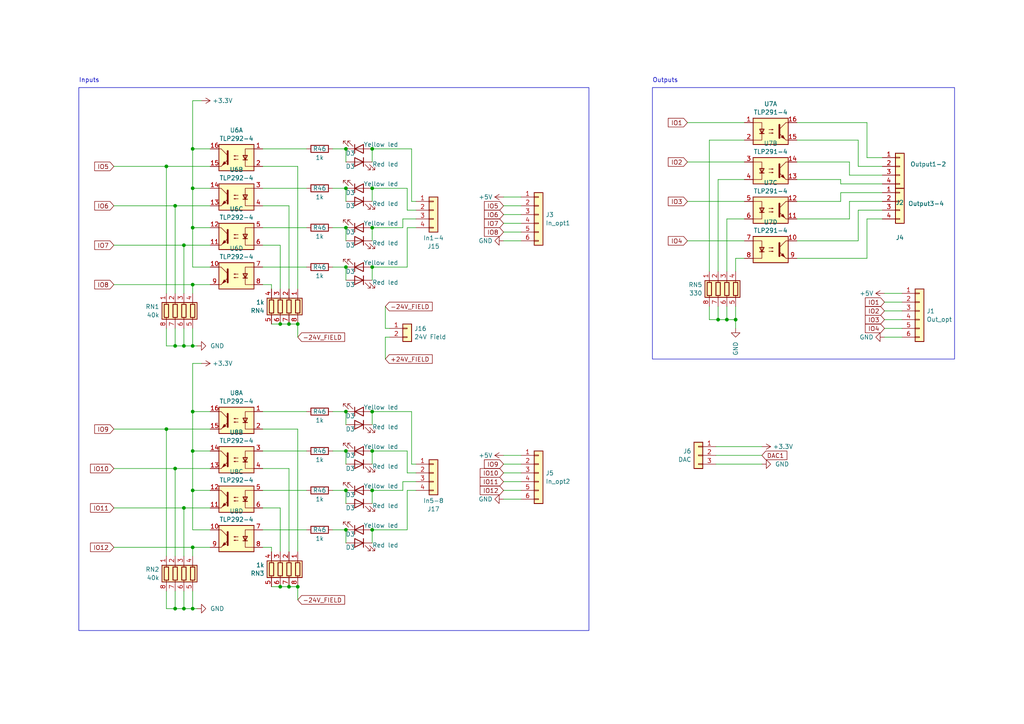
<source format=kicad_sch>
(kicad_sch (version 20230121) (generator eeschema)

  (uuid d19c7c83-0eea-4332-958a-4c973a41eedf)

  (paper "A4")

  (title_block
    (title "MetalMusings EaserCAT 3000")
  )

  (lib_symbols
    (symbol "Connector_Generic:Conn_01x02" (pin_names (offset 1.016) hide) (in_bom yes) (on_board yes)
      (property "Reference" "J" (at 0 2.54 0)
        (effects (font (size 1.27 1.27)))
      )
      (property "Value" "Conn_01x02" (at 0 -5.08 0)
        (effects (font (size 1.27 1.27)))
      )
      (property "Footprint" "" (at 0 0 0)
        (effects (font (size 1.27 1.27)) hide)
      )
      (property "Datasheet" "~" (at 0 0 0)
        (effects (font (size 1.27 1.27)) hide)
      )
      (property "ki_keywords" "connector" (at 0 0 0)
        (effects (font (size 1.27 1.27)) hide)
      )
      (property "ki_description" "Generic connector, single row, 01x02, script generated (kicad-library-utils/schlib/autogen/connector/)" (at 0 0 0)
        (effects (font (size 1.27 1.27)) hide)
      )
      (property "ki_fp_filters" "Connector*:*_1x??_*" (at 0 0 0)
        (effects (font (size 1.27 1.27)) hide)
      )
      (symbol "Conn_01x02_1_1"
        (rectangle (start -1.27 -2.413) (end 0 -2.667)
          (stroke (width 0.1524) (type default))
          (fill (type none))
        )
        (rectangle (start -1.27 0.127) (end 0 -0.127)
          (stroke (width 0.1524) (type default))
          (fill (type none))
        )
        (rectangle (start -1.27 1.27) (end 1.27 -3.81)
          (stroke (width 0.254) (type default))
          (fill (type background))
        )
        (pin passive line (at -5.08 0 0) (length 3.81)
          (name "Pin_1" (effects (font (size 1.27 1.27))))
          (number "1" (effects (font (size 1.27 1.27))))
        )
        (pin passive line (at -5.08 -2.54 0) (length 3.81)
          (name "Pin_2" (effects (font (size 1.27 1.27))))
          (number "2" (effects (font (size 1.27 1.27))))
        )
      )
    )
    (symbol "Connector_Generic:Conn_01x03" (pin_names (offset 1.016) hide) (in_bom yes) (on_board yes)
      (property "Reference" "J" (at 0 5.08 0)
        (effects (font (size 1.27 1.27)))
      )
      (property "Value" "Conn_01x03" (at 0 -5.08 0)
        (effects (font (size 1.27 1.27)))
      )
      (property "Footprint" "" (at 0 0 0)
        (effects (font (size 1.27 1.27)) hide)
      )
      (property "Datasheet" "~" (at 0 0 0)
        (effects (font (size 1.27 1.27)) hide)
      )
      (property "ki_keywords" "connector" (at 0 0 0)
        (effects (font (size 1.27 1.27)) hide)
      )
      (property "ki_description" "Generic connector, single row, 01x03, script generated (kicad-library-utils/schlib/autogen/connector/)" (at 0 0 0)
        (effects (font (size 1.27 1.27)) hide)
      )
      (property "ki_fp_filters" "Connector*:*_1x??_*" (at 0 0 0)
        (effects (font (size 1.27 1.27)) hide)
      )
      (symbol "Conn_01x03_1_1"
        (rectangle (start -1.27 -2.413) (end 0 -2.667)
          (stroke (width 0.1524) (type default))
          (fill (type none))
        )
        (rectangle (start -1.27 0.127) (end 0 -0.127)
          (stroke (width 0.1524) (type default))
          (fill (type none))
        )
        (rectangle (start -1.27 2.667) (end 0 2.413)
          (stroke (width 0.1524) (type default))
          (fill (type none))
        )
        (rectangle (start -1.27 3.81) (end 1.27 -3.81)
          (stroke (width 0.254) (type default))
          (fill (type background))
        )
        (pin passive line (at -5.08 2.54 0) (length 3.81)
          (name "Pin_1" (effects (font (size 1.27 1.27))))
          (number "1" (effects (font (size 1.27 1.27))))
        )
        (pin passive line (at -5.08 0 0) (length 3.81)
          (name "Pin_2" (effects (font (size 1.27 1.27))))
          (number "2" (effects (font (size 1.27 1.27))))
        )
        (pin passive line (at -5.08 -2.54 0) (length 3.81)
          (name "Pin_3" (effects (font (size 1.27 1.27))))
          (number "3" (effects (font (size 1.27 1.27))))
        )
      )
    )
    (symbol "Connector_Generic:Conn_01x04" (pin_names (offset 1.016) hide) (in_bom yes) (on_board yes)
      (property "Reference" "J" (at 0 5.08 0)
        (effects (font (size 1.27 1.27)))
      )
      (property "Value" "Conn_01x04" (at 0 -7.62 0)
        (effects (font (size 1.27 1.27)))
      )
      (property "Footprint" "" (at 0 0 0)
        (effects (font (size 1.27 1.27)) hide)
      )
      (property "Datasheet" "~" (at 0 0 0)
        (effects (font (size 1.27 1.27)) hide)
      )
      (property "ki_keywords" "connector" (at 0 0 0)
        (effects (font (size 1.27 1.27)) hide)
      )
      (property "ki_description" "Generic connector, single row, 01x04, script generated (kicad-library-utils/schlib/autogen/connector/)" (at 0 0 0)
        (effects (font (size 1.27 1.27)) hide)
      )
      (property "ki_fp_filters" "Connector*:*_1x??_*" (at 0 0 0)
        (effects (font (size 1.27 1.27)) hide)
      )
      (symbol "Conn_01x04_1_1"
        (rectangle (start -1.27 -4.953) (end 0 -5.207)
          (stroke (width 0.1524) (type default))
          (fill (type none))
        )
        (rectangle (start -1.27 -2.413) (end 0 -2.667)
          (stroke (width 0.1524) (type default))
          (fill (type none))
        )
        (rectangle (start -1.27 0.127) (end 0 -0.127)
          (stroke (width 0.1524) (type default))
          (fill (type none))
        )
        (rectangle (start -1.27 2.667) (end 0 2.413)
          (stroke (width 0.1524) (type default))
          (fill (type none))
        )
        (rectangle (start -1.27 3.81) (end 1.27 -6.35)
          (stroke (width 0.254) (type default))
          (fill (type background))
        )
        (pin passive line (at -5.08 2.54 0) (length 3.81)
          (name "Pin_1" (effects (font (size 1.27 1.27))))
          (number "1" (effects (font (size 1.27 1.27))))
        )
        (pin passive line (at -5.08 0 0) (length 3.81)
          (name "Pin_2" (effects (font (size 1.27 1.27))))
          (number "2" (effects (font (size 1.27 1.27))))
        )
        (pin passive line (at -5.08 -2.54 0) (length 3.81)
          (name "Pin_3" (effects (font (size 1.27 1.27))))
          (number "3" (effects (font (size 1.27 1.27))))
        )
        (pin passive line (at -5.08 -5.08 0) (length 3.81)
          (name "Pin_4" (effects (font (size 1.27 1.27))))
          (number "4" (effects (font (size 1.27 1.27))))
        )
      )
    )
    (symbol "Connector_Generic:Conn_01x06" (pin_names (offset 1.016) hide) (in_bom yes) (on_board yes)
      (property "Reference" "J" (at 0 7.62 0)
        (effects (font (size 1.27 1.27)))
      )
      (property "Value" "Conn_01x06" (at 0 -10.16 0)
        (effects (font (size 1.27 1.27)))
      )
      (property "Footprint" "" (at 0 0 0)
        (effects (font (size 1.27 1.27)) hide)
      )
      (property "Datasheet" "~" (at 0 0 0)
        (effects (font (size 1.27 1.27)) hide)
      )
      (property "ki_keywords" "connector" (at 0 0 0)
        (effects (font (size 1.27 1.27)) hide)
      )
      (property "ki_description" "Generic connector, single row, 01x06, script generated (kicad-library-utils/schlib/autogen/connector/)" (at 0 0 0)
        (effects (font (size 1.27 1.27)) hide)
      )
      (property "ki_fp_filters" "Connector*:*_1x??_*" (at 0 0 0)
        (effects (font (size 1.27 1.27)) hide)
      )
      (symbol "Conn_01x06_1_1"
        (rectangle (start -1.27 -7.493) (end 0 -7.747)
          (stroke (width 0.1524) (type default))
          (fill (type none))
        )
        (rectangle (start -1.27 -4.953) (end 0 -5.207)
          (stroke (width 0.1524) (type default))
          (fill (type none))
        )
        (rectangle (start -1.27 -2.413) (end 0 -2.667)
          (stroke (width 0.1524) (type default))
          (fill (type none))
        )
        (rectangle (start -1.27 0.127) (end 0 -0.127)
          (stroke (width 0.1524) (type default))
          (fill (type none))
        )
        (rectangle (start -1.27 2.667) (end 0 2.413)
          (stroke (width 0.1524) (type default))
          (fill (type none))
        )
        (rectangle (start -1.27 5.207) (end 0 4.953)
          (stroke (width 0.1524) (type default))
          (fill (type none))
        )
        (rectangle (start -1.27 6.35) (end 1.27 -8.89)
          (stroke (width 0.254) (type default))
          (fill (type background))
        )
        (pin passive line (at -5.08 5.08 0) (length 3.81)
          (name "Pin_1" (effects (font (size 1.27 1.27))))
          (number "1" (effects (font (size 1.27 1.27))))
        )
        (pin passive line (at -5.08 2.54 0) (length 3.81)
          (name "Pin_2" (effects (font (size 1.27 1.27))))
          (number "2" (effects (font (size 1.27 1.27))))
        )
        (pin passive line (at -5.08 0 0) (length 3.81)
          (name "Pin_3" (effects (font (size 1.27 1.27))))
          (number "3" (effects (font (size 1.27 1.27))))
        )
        (pin passive line (at -5.08 -2.54 0) (length 3.81)
          (name "Pin_4" (effects (font (size 1.27 1.27))))
          (number "4" (effects (font (size 1.27 1.27))))
        )
        (pin passive line (at -5.08 -5.08 0) (length 3.81)
          (name "Pin_5" (effects (font (size 1.27 1.27))))
          (number "5" (effects (font (size 1.27 1.27))))
        )
        (pin passive line (at -5.08 -7.62 0) (length 3.81)
          (name "Pin_6" (effects (font (size 1.27 1.27))))
          (number "6" (effects (font (size 1.27 1.27))))
        )
      )
    )
    (symbol "Device:LED" (pin_numbers hide) (pin_names (offset 1.016) hide) (in_bom yes) (on_board yes)
      (property "Reference" "D" (at 0 2.54 0)
        (effects (font (size 1.27 1.27)))
      )
      (property "Value" "LED" (at 0 -2.54 0)
        (effects (font (size 1.27 1.27)))
      )
      (property "Footprint" "" (at 0 0 0)
        (effects (font (size 1.27 1.27)) hide)
      )
      (property "Datasheet" "~" (at 0 0 0)
        (effects (font (size 1.27 1.27)) hide)
      )
      (property "ki_keywords" "LED diode" (at 0 0 0)
        (effects (font (size 1.27 1.27)) hide)
      )
      (property "ki_description" "Light emitting diode" (at 0 0 0)
        (effects (font (size 1.27 1.27)) hide)
      )
      (property "ki_fp_filters" "LED* LED_SMD:* LED_THT:*" (at 0 0 0)
        (effects (font (size 1.27 1.27)) hide)
      )
      (symbol "LED_0_1"
        (polyline
          (pts
            (xy -1.27 -1.27)
            (xy -1.27 1.27)
          )
          (stroke (width 0.254) (type default))
          (fill (type none))
        )
        (polyline
          (pts
            (xy -1.27 0)
            (xy 1.27 0)
          )
          (stroke (width 0) (type default))
          (fill (type none))
        )
        (polyline
          (pts
            (xy 1.27 -1.27)
            (xy 1.27 1.27)
            (xy -1.27 0)
            (xy 1.27 -1.27)
          )
          (stroke (width 0.254) (type default))
          (fill (type none))
        )
        (polyline
          (pts
            (xy -3.048 -0.762)
            (xy -4.572 -2.286)
            (xy -3.81 -2.286)
            (xy -4.572 -2.286)
            (xy -4.572 -1.524)
          )
          (stroke (width 0) (type default))
          (fill (type none))
        )
        (polyline
          (pts
            (xy -1.778 -0.762)
            (xy -3.302 -2.286)
            (xy -2.54 -2.286)
            (xy -3.302 -2.286)
            (xy -3.302 -1.524)
          )
          (stroke (width 0) (type default))
          (fill (type none))
        )
      )
      (symbol "LED_1_1"
        (pin passive line (at -3.81 0 0) (length 2.54)
          (name "K" (effects (font (size 1.27 1.27))))
          (number "1" (effects (font (size 1.27 1.27))))
        )
        (pin passive line (at 3.81 0 180) (length 2.54)
          (name "A" (effects (font (size 1.27 1.27))))
          (number "2" (effects (font (size 1.27 1.27))))
        )
      )
    )
    (symbol "Device:R" (pin_numbers hide) (pin_names (offset 0)) (in_bom yes) (on_board yes)
      (property "Reference" "R" (at 2.032 0 90)
        (effects (font (size 1.27 1.27)))
      )
      (property "Value" "R" (at 0 0 90)
        (effects (font (size 1.27 1.27)))
      )
      (property "Footprint" "" (at -1.778 0 90)
        (effects (font (size 1.27 1.27)) hide)
      )
      (property "Datasheet" "~" (at 0 0 0)
        (effects (font (size 1.27 1.27)) hide)
      )
      (property "ki_keywords" "R res resistor" (at 0 0 0)
        (effects (font (size 1.27 1.27)) hide)
      )
      (property "ki_description" "Resistor" (at 0 0 0)
        (effects (font (size 1.27 1.27)) hide)
      )
      (property "ki_fp_filters" "R_*" (at 0 0 0)
        (effects (font (size 1.27 1.27)) hide)
      )
      (symbol "R_0_1"
        (rectangle (start -1.016 -2.54) (end 1.016 2.54)
          (stroke (width 0.254) (type default))
          (fill (type none))
        )
      )
      (symbol "R_1_1"
        (pin passive line (at 0 3.81 270) (length 1.27)
          (name "~" (effects (font (size 1.27 1.27))))
          (number "1" (effects (font (size 1.27 1.27))))
        )
        (pin passive line (at 0 -3.81 90) (length 1.27)
          (name "~" (effects (font (size 1.27 1.27))))
          (number "2" (effects (font (size 1.27 1.27))))
        )
      )
    )
    (symbol "Device:R_Pack04" (pin_names (offset 0) hide) (in_bom yes) (on_board yes)
      (property "Reference" "RN" (at -7.62 0 90)
        (effects (font (size 1.27 1.27)))
      )
      (property "Value" "R_Pack04" (at 5.08 0 90)
        (effects (font (size 1.27 1.27)))
      )
      (property "Footprint" "" (at 6.985 0 90)
        (effects (font (size 1.27 1.27)) hide)
      )
      (property "Datasheet" "~" (at 0 0 0)
        (effects (font (size 1.27 1.27)) hide)
      )
      (property "ki_keywords" "R network parallel topology isolated" (at 0 0 0)
        (effects (font (size 1.27 1.27)) hide)
      )
      (property "ki_description" "4 resistor network, parallel topology" (at 0 0 0)
        (effects (font (size 1.27 1.27)) hide)
      )
      (property "ki_fp_filters" "DIP* SOIC* R*Array*Concave* R*Array*Convex*" (at 0 0 0)
        (effects (font (size 1.27 1.27)) hide)
      )
      (symbol "R_Pack04_0_1"
        (rectangle (start -6.35 -2.413) (end 3.81 2.413)
          (stroke (width 0.254) (type default))
          (fill (type background))
        )
        (rectangle (start -5.715 1.905) (end -4.445 -1.905)
          (stroke (width 0.254) (type default))
          (fill (type none))
        )
        (rectangle (start -3.175 1.905) (end -1.905 -1.905)
          (stroke (width 0.254) (type default))
          (fill (type none))
        )
        (rectangle (start -0.635 1.905) (end 0.635 -1.905)
          (stroke (width 0.254) (type default))
          (fill (type none))
        )
        (polyline
          (pts
            (xy -5.08 -2.54)
            (xy -5.08 -1.905)
          )
          (stroke (width 0) (type default))
          (fill (type none))
        )
        (polyline
          (pts
            (xy -5.08 1.905)
            (xy -5.08 2.54)
          )
          (stroke (width 0) (type default))
          (fill (type none))
        )
        (polyline
          (pts
            (xy -2.54 -2.54)
            (xy -2.54 -1.905)
          )
          (stroke (width 0) (type default))
          (fill (type none))
        )
        (polyline
          (pts
            (xy -2.54 1.905)
            (xy -2.54 2.54)
          )
          (stroke (width 0) (type default))
          (fill (type none))
        )
        (polyline
          (pts
            (xy 0 -2.54)
            (xy 0 -1.905)
          )
          (stroke (width 0) (type default))
          (fill (type none))
        )
        (polyline
          (pts
            (xy 0 1.905)
            (xy 0 2.54)
          )
          (stroke (width 0) (type default))
          (fill (type none))
        )
        (polyline
          (pts
            (xy 2.54 -2.54)
            (xy 2.54 -1.905)
          )
          (stroke (width 0) (type default))
          (fill (type none))
        )
        (polyline
          (pts
            (xy 2.54 1.905)
            (xy 2.54 2.54)
          )
          (stroke (width 0) (type default))
          (fill (type none))
        )
        (rectangle (start 1.905 1.905) (end 3.175 -1.905)
          (stroke (width 0.254) (type default))
          (fill (type none))
        )
      )
      (symbol "R_Pack04_1_1"
        (pin passive line (at -5.08 -5.08 90) (length 2.54)
          (name "R1.1" (effects (font (size 1.27 1.27))))
          (number "1" (effects (font (size 1.27 1.27))))
        )
        (pin passive line (at -2.54 -5.08 90) (length 2.54)
          (name "R2.1" (effects (font (size 1.27 1.27))))
          (number "2" (effects (font (size 1.27 1.27))))
        )
        (pin passive line (at 0 -5.08 90) (length 2.54)
          (name "R3.1" (effects (font (size 1.27 1.27))))
          (number "3" (effects (font (size 1.27 1.27))))
        )
        (pin passive line (at 2.54 -5.08 90) (length 2.54)
          (name "R4.1" (effects (font (size 1.27 1.27))))
          (number "4" (effects (font (size 1.27 1.27))))
        )
        (pin passive line (at 2.54 5.08 270) (length 2.54)
          (name "R4.2" (effects (font (size 1.27 1.27))))
          (number "5" (effects (font (size 1.27 1.27))))
        )
        (pin passive line (at 0 5.08 270) (length 2.54)
          (name "R3.2" (effects (font (size 1.27 1.27))))
          (number "6" (effects (font (size 1.27 1.27))))
        )
        (pin passive line (at -2.54 5.08 270) (length 2.54)
          (name "R2.2" (effects (font (size 1.27 1.27))))
          (number "7" (effects (font (size 1.27 1.27))))
        )
        (pin passive line (at -5.08 5.08 270) (length 2.54)
          (name "R1.2" (effects (font (size 1.27 1.27))))
          (number "8" (effects (font (size 1.27 1.27))))
        )
      )
    )
    (symbol "Isolator:TLP291-4" (in_bom yes) (on_board yes)
      (property "Reference" "U" (at -5.08 5.08 0)
        (effects (font (size 1.27 1.27)) (justify left))
      )
      (property "Value" "TLP291-4" (at 0 5.08 0)
        (effects (font (size 1.27 1.27)) (justify left))
      )
      (property "Footprint" "Package_SO:SOIC-16_4.55x10.3mm_P1.27mm" (at -5.08 -5.08 0)
        (effects (font (size 1.27 1.27) italic) (justify left) hide)
      )
      (property "Datasheet" "https://toshiba.semicon-storage.com/info/docget.jsp?did=12858&prodName=TLP291-4" (at 0 0 0)
        (effects (font (size 1.27 1.27)) (justify left) hide)
      )
      (property "ki_keywords" "NPN DC Quad Optocoupler" (at 0 0 0)
        (effects (font (size 1.27 1.27)) hide)
      )
      (property "ki_description" "Quad DC Optocoupler, Vce 80V, CTR 50-100%, SOP16" (at 0 0 0)
        (effects (font (size 1.27 1.27)) hide)
      )
      (property "ki_fp_filters" "SOIC*4.55x10.3mm*P1.27mm*" (at 0 0 0)
        (effects (font (size 1.27 1.27)) hide)
      )
      (symbol "TLP291-4_0_1"
        (rectangle (start -5.08 3.81) (end 5.08 -3.81)
          (stroke (width 0.254) (type default))
          (fill (type background))
        )
        (polyline
          (pts
            (xy -3.175 -0.635)
            (xy -1.905 -0.635)
          )
          (stroke (width 0.254) (type default))
          (fill (type none))
        )
        (polyline
          (pts
            (xy 2.54 0.635)
            (xy 4.445 2.54)
          )
          (stroke (width 0) (type default))
          (fill (type none))
        )
        (polyline
          (pts
            (xy 4.445 -2.54)
            (xy 2.54 -0.635)
          )
          (stroke (width 0) (type default))
          (fill (type outline))
        )
        (polyline
          (pts
            (xy 4.445 -2.54)
            (xy 5.08 -2.54)
          )
          (stroke (width 0) (type default))
          (fill (type none))
        )
        (polyline
          (pts
            (xy 4.445 2.54)
            (xy 5.08 2.54)
          )
          (stroke (width 0) (type default))
          (fill (type none))
        )
        (polyline
          (pts
            (xy -5.08 2.54)
            (xy -2.54 2.54)
            (xy -2.54 0.635)
          )
          (stroke (width 0) (type default))
          (fill (type none))
        )
        (polyline
          (pts
            (xy -2.54 0.635)
            (xy -2.54 -2.54)
            (xy -5.08 -2.54)
          )
          (stroke (width 0) (type default))
          (fill (type none))
        )
        (polyline
          (pts
            (xy 2.54 1.905)
            (xy 2.54 -1.905)
            (xy 2.54 -1.905)
          )
          (stroke (width 0.508) (type default))
          (fill (type none))
        )
        (polyline
          (pts
            (xy -2.54 -0.635)
            (xy -3.175 0.635)
            (xy -1.905 0.635)
            (xy -2.54 -0.635)
          )
          (stroke (width 0.254) (type default))
          (fill (type none))
        )
        (polyline
          (pts
            (xy -0.508 -0.508)
            (xy 0.762 -0.508)
            (xy 0.381 -0.635)
            (xy 0.381 -0.381)
            (xy 0.762 -0.508)
          )
          (stroke (width 0) (type default))
          (fill (type none))
        )
        (polyline
          (pts
            (xy -0.508 0.508)
            (xy 0.762 0.508)
            (xy 0.381 0.381)
            (xy 0.381 0.635)
            (xy 0.762 0.508)
          )
          (stroke (width 0) (type default))
          (fill (type none))
        )
        (polyline
          (pts
            (xy 3.048 -1.651)
            (xy 3.556 -1.143)
            (xy 4.064 -2.159)
            (xy 3.048 -1.651)
            (xy 3.048 -1.651)
          )
          (stroke (width 0) (type default))
          (fill (type outline))
        )
      )
      (symbol "TLP291-4_1_1"
        (pin passive line (at -7.62 2.54 0) (length 2.54)
          (name "~" (effects (font (size 1.27 1.27))))
          (number "1" (effects (font (size 1.27 1.27))))
        )
        (pin passive line (at 7.62 -2.54 180) (length 2.54)
          (name "~" (effects (font (size 1.27 1.27))))
          (number "15" (effects (font (size 1.27 1.27))))
        )
        (pin passive line (at 7.62 2.54 180) (length 2.54)
          (name "~" (effects (font (size 1.27 1.27))))
          (number "16" (effects (font (size 1.27 1.27))))
        )
        (pin passive line (at -7.62 -2.54 0) (length 2.54)
          (name "~" (effects (font (size 1.27 1.27))))
          (number "2" (effects (font (size 1.27 1.27))))
        )
      )
      (symbol "TLP291-4_2_1"
        (pin passive line (at 7.62 -2.54 180) (length 2.54)
          (name "~" (effects (font (size 1.27 1.27))))
          (number "13" (effects (font (size 1.27 1.27))))
        )
        (pin passive line (at 7.62 2.54 180) (length 2.54)
          (name "~" (effects (font (size 1.27 1.27))))
          (number "14" (effects (font (size 1.27 1.27))))
        )
        (pin passive line (at -7.62 2.54 0) (length 2.54)
          (name "~" (effects (font (size 1.27 1.27))))
          (number "3" (effects (font (size 1.27 1.27))))
        )
        (pin passive line (at -7.62 -2.54 0) (length 2.54)
          (name "~" (effects (font (size 1.27 1.27))))
          (number "4" (effects (font (size 1.27 1.27))))
        )
      )
      (symbol "TLP291-4_3_1"
        (pin passive line (at 7.62 -2.54 180) (length 2.54)
          (name "~" (effects (font (size 1.27 1.27))))
          (number "11" (effects (font (size 1.27 1.27))))
        )
        (pin passive line (at 7.62 2.54 180) (length 2.54)
          (name "~" (effects (font (size 1.27 1.27))))
          (number "12" (effects (font (size 1.27 1.27))))
        )
        (pin passive line (at -7.62 2.54 0) (length 2.54)
          (name "~" (effects (font (size 1.27 1.27))))
          (number "5" (effects (font (size 1.27 1.27))))
        )
        (pin passive line (at -7.62 -2.54 0) (length 2.54)
          (name "~" (effects (font (size 1.27 1.27))))
          (number "6" (effects (font (size 1.27 1.27))))
        )
      )
      (symbol "TLP291-4_4_1"
        (pin passive line (at 7.62 2.54 180) (length 2.54)
          (name "~" (effects (font (size 1.27 1.27))))
          (number "10" (effects (font (size 1.27 1.27))))
        )
        (pin passive line (at -7.62 2.54 0) (length 2.54)
          (name "~" (effects (font (size 1.27 1.27))))
          (number "7" (effects (font (size 1.27 1.27))))
        )
        (pin passive line (at -7.62 -2.54 0) (length 2.54)
          (name "~" (effects (font (size 1.27 1.27))))
          (number "8" (effects (font (size 1.27 1.27))))
        )
        (pin passive line (at 7.62 -2.54 180) (length 2.54)
          (name "~" (effects (font (size 1.27 1.27))))
          (number "9" (effects (font (size 1.27 1.27))))
        )
      )
    )
    (symbol "power:+3.3V" (power) (pin_names (offset 0)) (in_bom yes) (on_board yes)
      (property "Reference" "#PWR" (at 0 -3.81 0)
        (effects (font (size 1.27 1.27)) hide)
      )
      (property "Value" "+3.3V" (at 0 3.556 0)
        (effects (font (size 1.27 1.27)))
      )
      (property "Footprint" "" (at 0 0 0)
        (effects (font (size 1.27 1.27)) hide)
      )
      (property "Datasheet" "" (at 0 0 0)
        (effects (font (size 1.27 1.27)) hide)
      )
      (property "ki_keywords" "global power" (at 0 0 0)
        (effects (font (size 1.27 1.27)) hide)
      )
      (property "ki_description" "Power symbol creates a global label with name \"+3.3V\"" (at 0 0 0)
        (effects (font (size 1.27 1.27)) hide)
      )
      (symbol "+3.3V_0_1"
        (polyline
          (pts
            (xy -0.762 1.27)
            (xy 0 2.54)
          )
          (stroke (width 0) (type default))
          (fill (type none))
        )
        (polyline
          (pts
            (xy 0 0)
            (xy 0 2.54)
          )
          (stroke (width 0) (type default))
          (fill (type none))
        )
        (polyline
          (pts
            (xy 0 2.54)
            (xy 0.762 1.27)
          )
          (stroke (width 0) (type default))
          (fill (type none))
        )
      )
      (symbol "+3.3V_1_1"
        (pin power_in line (at 0 0 90) (length 0) hide
          (name "+3.3V" (effects (font (size 1.27 1.27))))
          (number "1" (effects (font (size 1.27 1.27))))
        )
      )
    )
    (symbol "power:+5V" (power) (pin_names (offset 0)) (in_bom yes) (on_board yes)
      (property "Reference" "#PWR" (at 0 -3.81 0)
        (effects (font (size 1.27 1.27)) hide)
      )
      (property "Value" "+5V" (at 0 3.556 0)
        (effects (font (size 1.27 1.27)))
      )
      (property "Footprint" "" (at 0 0 0)
        (effects (font (size 1.27 1.27)) hide)
      )
      (property "Datasheet" "" (at 0 0 0)
        (effects (font (size 1.27 1.27)) hide)
      )
      (property "ki_keywords" "global power" (at 0 0 0)
        (effects (font (size 1.27 1.27)) hide)
      )
      (property "ki_description" "Power symbol creates a global label with name \"+5V\"" (at 0 0 0)
        (effects (font (size 1.27 1.27)) hide)
      )
      (symbol "+5V_0_1"
        (polyline
          (pts
            (xy -0.762 1.27)
            (xy 0 2.54)
          )
          (stroke (width 0) (type default))
          (fill (type none))
        )
        (polyline
          (pts
            (xy 0 0)
            (xy 0 2.54)
          )
          (stroke (width 0) (type default))
          (fill (type none))
        )
        (polyline
          (pts
            (xy 0 2.54)
            (xy 0.762 1.27)
          )
          (stroke (width 0) (type default))
          (fill (type none))
        )
      )
      (symbol "+5V_1_1"
        (pin power_in line (at 0 0 90) (length 0) hide
          (name "+5V" (effects (font (size 1.27 1.27))))
          (number "1" (effects (font (size 1.27 1.27))))
        )
      )
    )
    (symbol "power:GND" (power) (pin_names (offset 0)) (in_bom yes) (on_board yes)
      (property "Reference" "#PWR" (at 0 -6.35 0)
        (effects (font (size 1.27 1.27)) hide)
      )
      (property "Value" "GND" (at 0 -3.81 0)
        (effects (font (size 1.27 1.27)))
      )
      (property "Footprint" "" (at 0 0 0)
        (effects (font (size 1.27 1.27)) hide)
      )
      (property "Datasheet" "" (at 0 0 0)
        (effects (font (size 1.27 1.27)) hide)
      )
      (property "ki_keywords" "global power" (at 0 0 0)
        (effects (font (size 1.27 1.27)) hide)
      )
      (property "ki_description" "Power symbol creates a global label with name \"GND\" , ground" (at 0 0 0)
        (effects (font (size 1.27 1.27)) hide)
      )
      (symbol "GND_0_1"
        (polyline
          (pts
            (xy 0 0)
            (xy 0 -1.27)
            (xy 1.27 -1.27)
            (xy 0 -2.54)
            (xy -1.27 -1.27)
            (xy 0 -1.27)
          )
          (stroke (width 0) (type default))
          (fill (type none))
        )
      )
      (symbol "GND_1_1"
        (pin power_in line (at 0 0 270) (length 0) hide
          (name "GND" (effects (font (size 1.27 1.27))))
          (number "1" (effects (font (size 1.27 1.27))))
        )
      )
    )
  )

  (junction (at 100.33 77.47) (diameter 0) (color 0 0 0 0)
    (uuid 00be6be6-3df2-4b1b-a6fa-a8cfd5da6ad4)
  )
  (junction (at 100.33 54.61) (diameter 0) (color 0 0 0 0)
    (uuid 01028bdc-8bdc-49e8-90ce-7430de850ebe)
  )
  (junction (at 55.88 54.61) (diameter 0) (color 0 0 0 0)
    (uuid 07cbb7b7-3f83-4128-b766-89904e8b2b59)
  )
  (junction (at 83.82 93.98) (diameter 0) (color 0 0 0 0)
    (uuid 09c43583-19a5-43b1-b7fd-38559ddcf5b9)
  )
  (junction (at 48.26 124.46) (diameter 0) (color 0 0 0 0)
    (uuid 10df9d2d-77cc-449b-9c25-983999fb39a4)
  )
  (junction (at 83.82 170.18) (diameter 0) (color 0 0 0 0)
    (uuid 13b41468-ad8f-4bb5-a42a-d67a9218da0b)
  )
  (junction (at 107.95 153.67) (diameter 0) (color 0 0 0 0)
    (uuid 1772e9d8-df6e-48d2-8fb1-f1793a23447d)
  )
  (junction (at 55.88 176.53) (diameter 0) (color 0 0 0 0)
    (uuid 18a0c0d8-235f-41fb-b3c4-1513ad3b4482)
  )
  (junction (at 208.28 92.71) (diameter 0) (color 0 0 0 0)
    (uuid 1b560e34-41be-43fd-8529-e58dc6d37522)
  )
  (junction (at 55.88 119.38) (diameter 0) (color 0 0 0 0)
    (uuid 1dd69ea6-5360-49cc-8337-ba61698ad8d1)
  )
  (junction (at 100.33 130.81) (diameter 0) (color 0 0 0 0)
    (uuid 1df26744-bb4f-4b20-ac7d-53c6187d4892)
  )
  (junction (at 50.8 176.53) (diameter 0) (color 0 0 0 0)
    (uuid 2110fcb5-cc92-4f0d-80b3-df7f697353b1)
  )
  (junction (at 107.95 43.18) (diameter 0) (color 0 0 0 0)
    (uuid 23e010e4-0a90-493f-96dd-2ca7a741c3e5)
  )
  (junction (at 107.95 119.38) (diameter 0) (color 0 0 0 0)
    (uuid 28ac4952-b529-45b6-a0ab-ed7ef2a5ec15)
  )
  (junction (at 213.36 92.71) (diameter 0) (color 0 0 0 0)
    (uuid 2bbb1fa0-b8ca-48d0-88d0-feefc8a81565)
  )
  (junction (at 210.82 92.71) (diameter 0) (color 0 0 0 0)
    (uuid 2eb9d7c6-fc97-4f58-957f-64a01d6d5108)
  )
  (junction (at 100.33 66.04) (diameter 0) (color 0 0 0 0)
    (uuid 3a185e11-4c73-4386-8e94-62ddad7c4929)
  )
  (junction (at 107.95 142.24) (diameter 0) (color 0 0 0 0)
    (uuid 466320a3-de3e-4a12-80b5-e7e1992627b0)
  )
  (junction (at 81.28 170.18) (diameter 0) (color 0 0 0 0)
    (uuid 4e11461d-41d4-48b0-8d19-4e9aa7079c69)
  )
  (junction (at 55.88 43.18) (diameter 0) (color 0 0 0 0)
    (uuid 5354ec96-5fcd-4894-93ea-88bc52835846)
  )
  (junction (at 55.88 82.55) (diameter 0) (color 0 0 0 0)
    (uuid 5779957c-f6d2-40dc-ad82-9d7099d36594)
  )
  (junction (at 55.88 130.81) (diameter 0) (color 0 0 0 0)
    (uuid 5a15d30a-c4dc-4c13-9286-2334ea4bda86)
  )
  (junction (at 107.95 54.61) (diameter 0) (color 0 0 0 0)
    (uuid 5b64b4ea-78aa-4ad4-8807-df2c8db625b6)
  )
  (junction (at 48.26 48.26) (diameter 0) (color 0 0 0 0)
    (uuid 616af3f3-f203-4c74-8cc4-224fcc8f2a5a)
  )
  (junction (at 100.33 142.24) (diameter 0) (color 0 0 0 0)
    (uuid 630e7165-c463-4b76-b19e-e58b1175e068)
  )
  (junction (at 53.34 147.32) (diameter 0) (color 0 0 0 0)
    (uuid 64a7af42-9287-4537-ac9c-5404d589331d)
  )
  (junction (at 50.8 135.89) (diameter 0) (color 0 0 0 0)
    (uuid 671be165-0eab-4b07-b79b-bae89dcf4d84)
  )
  (junction (at 107.95 77.47) (diameter 0) (color 0 0 0 0)
    (uuid 7c0f1626-4afb-43b6-8eca-ea467008f338)
  )
  (junction (at 86.36 170.18) (diameter 0) (color 0 0 0 0)
    (uuid 80b260c2-5093-4363-941e-09bae0f504cc)
  )
  (junction (at 55.88 66.04) (diameter 0) (color 0 0 0 0)
    (uuid 80b8b24f-c137-4b6c-b9c5-1deb55f47fcd)
  )
  (junction (at 81.28 93.98) (diameter 0) (color 0 0 0 0)
    (uuid 90622b58-6532-43ba-94fa-744963e78034)
  )
  (junction (at 55.88 100.33) (diameter 0) (color 0 0 0 0)
    (uuid 93dc0ec0-dd2e-4722-9eb9-3c6722c5defc)
  )
  (junction (at 53.34 176.53) (diameter 0) (color 0 0 0 0)
    (uuid 9f8b79b9-7744-4147-8b4b-fef8182a1954)
  )
  (junction (at 50.8 59.69) (diameter 0) (color 0 0 0 0)
    (uuid a869d333-59dd-4d47-9a9a-5ba8cd70a38e)
  )
  (junction (at 100.33 43.18) (diameter 0) (color 0 0 0 0)
    (uuid a9a66a71-d73b-4cf9-9ee8-a6564e083f66)
  )
  (junction (at 100.33 153.67) (diameter 0) (color 0 0 0 0)
    (uuid aa3523d6-607a-4ce9-9509-22e97387f640)
  )
  (junction (at 53.34 71.12) (diameter 0) (color 0 0 0 0)
    (uuid aca97284-6bd7-4f8f-899b-36d89632830c)
  )
  (junction (at 55.88 142.24) (diameter 0) (color 0 0 0 0)
    (uuid bcd73f2a-3be9-4aca-8a55-4302737a928c)
  )
  (junction (at 100.33 119.38) (diameter 0) (color 0 0 0 0)
    (uuid d25f9376-a911-4e7e-8ae4-975fea0c7e5a)
  )
  (junction (at 107.95 130.81) (diameter 0) (color 0 0 0 0)
    (uuid d3561e96-3419-4d0e-bb03-f1a33b6e87af)
  )
  (junction (at 55.88 158.75) (diameter 0) (color 0 0 0 0)
    (uuid dbdc9b51-e141-48d8-99d0-69d85a41db83)
  )
  (junction (at 107.95 66.04) (diameter 0) (color 0 0 0 0)
    (uuid e20aabd4-bf8b-453f-884a-373332dca291)
  )
  (junction (at 50.8 100.33) (diameter 0) (color 0 0 0 0)
    (uuid f48d5329-71ea-49b0-aaea-c1a534f7d532)
  )
  (junction (at 53.34 100.33) (diameter 0) (color 0 0 0 0)
    (uuid f6e15fa5-1282-4963-b6dd-779b285179c9)
  )
  (junction (at 86.36 93.98) (diameter 0) (color 0 0 0 0)
    (uuid fc806ceb-2b43-4d23-b1c5-1c9b425d679b)
  )

  (wire (pts (xy 76.2 142.24) (xy 88.9 142.24))
    (stroke (width 0) (type default))
    (uuid 01c7129e-d54e-450b-ac88-ba1f62953586)
  )
  (wire (pts (xy 120.65 66.04) (xy 118.11 66.04))
    (stroke (width 0) (type default))
    (uuid 02439b9a-9557-479c-ac82-1fc5d86ccc0d)
  )
  (wire (pts (xy 55.88 54.61) (xy 55.88 43.18))
    (stroke (width 0) (type default))
    (uuid 0289e346-4623-4c75-a126-b936e7b2a041)
  )
  (wire (pts (xy 33.02 48.26) (xy 48.26 48.26))
    (stroke (width 0) (type default))
    (uuid 02ff09f6-ea15-4d71-91d9-926ac32de6ff)
  )
  (wire (pts (xy 205.74 88.9) (xy 205.74 92.71))
    (stroke (width 0) (type default))
    (uuid 077bf300-3a55-4bfa-952c-f951865d04d8)
  )
  (wire (pts (xy 213.36 88.9) (xy 213.36 92.71))
    (stroke (width 0) (type default))
    (uuid 09c5c74c-bdcb-471e-a5bc-5a46e6b3b8b8)
  )
  (wire (pts (xy 55.88 66.04) (xy 60.96 66.04))
    (stroke (width 0) (type default))
    (uuid 0ab240a3-6720-4011-981f-6c5a837bd051)
  )
  (wire (pts (xy 50.8 135.89) (xy 60.96 135.89))
    (stroke (width 0) (type default))
    (uuid 0b4df079-5858-42cf-8dcc-63965d9dadf2)
  )
  (wire (pts (xy 81.28 71.12) (xy 81.28 83.82))
    (stroke (width 0) (type default))
    (uuid 0c1a8c4a-db6d-474a-8567-1c143b30289f)
  )
  (wire (pts (xy 76.2 153.67) (xy 88.9 153.67))
    (stroke (width 0) (type default))
    (uuid 0c733ce2-8989-416b-bb6d-59831f7b40ee)
  )
  (wire (pts (xy 55.88 100.33) (xy 53.34 100.33))
    (stroke (width 0) (type default))
    (uuid 0d54e2a0-fd23-44d8-83ad-dafb003a2fdc)
  )
  (wire (pts (xy 151.13 139.7) (xy 146.05 139.7))
    (stroke (width 0) (type default))
    (uuid 0fa196e4-35e7-4bd6-94c1-041121348d78)
  )
  (wire (pts (xy 119.38 134.62) (xy 120.65 134.62))
    (stroke (width 0) (type default))
    (uuid 0fa7ae37-9663-4c90-8f1d-80d4ab2d3414)
  )
  (wire (pts (xy 76.2 135.89) (xy 83.82 135.89))
    (stroke (width 0) (type default))
    (uuid 1052673e-1444-48ba-9be1-e7c073871e8a)
  )
  (wire (pts (xy 118.11 66.04) (xy 118.11 77.47))
    (stroke (width 0) (type default))
    (uuid 108bbc18-3dd6-4210-bd4c-971afdfc4915)
  )
  (wire (pts (xy 55.88 43.18) (xy 60.96 43.18))
    (stroke (width 0) (type default))
    (uuid 114d4d12-b233-45f0-a723-006566e7dbb9)
  )
  (wire (pts (xy 55.88 105.41) (xy 58.42 105.41))
    (stroke (width 0) (type default))
    (uuid 1400da5b-9e6f-43d6-abbb-9e91cad1d375)
  )
  (wire (pts (xy 255.905 58.42) (xy 246.38 58.42))
    (stroke (width 0) (type default))
    (uuid 15054ad7-02fd-44ac-82e7-a067dce46f3f)
  )
  (wire (pts (xy 86.36 48.26) (xy 86.36 83.82))
    (stroke (width 0) (type default))
    (uuid 1600e191-53bc-4fb1-a168-e9d4cf5145bb)
  )
  (wire (pts (xy 113.03 95.25) (xy 111.76 95.25))
    (stroke (width 0) (type default))
    (uuid 18f152f7-ccc2-47bd-9f77-5a99f840fce4)
  )
  (wire (pts (xy 208.28 52.07) (xy 208.28 78.74))
    (stroke (width 0) (type default))
    (uuid 19f3d7d3-dc1a-4360-882f-ca68bdddf549)
  )
  (wire (pts (xy 33.02 71.12) (xy 53.34 71.12))
    (stroke (width 0) (type default))
    (uuid 1a5788a9-9f4f-49a7-b2f9-9fa0f9518593)
  )
  (wire (pts (xy 261.62 97.79) (xy 256.54 97.79))
    (stroke (width 0) (type default))
    (uuid 1a8ccfee-f64a-40f3-bf43-85ad91faec51)
  )
  (wire (pts (xy 107.95 43.18) (xy 107.95 46.99))
    (stroke (width 0) (type default))
    (uuid 1aa453fb-afac-4807-9a71-94614d7fdda0)
  )
  (wire (pts (xy 96.52 130.81) (xy 100.33 130.81))
    (stroke (width 0) (type default))
    (uuid 1b2d7f1b-c326-49c2-9060-21c4fe1474cf)
  )
  (wire (pts (xy 86.36 93.98) (xy 86.36 97.79))
    (stroke (width 0) (type default))
    (uuid 1b88b3de-aec0-4568-9590-f6517cc4262e)
  )
  (wire (pts (xy 120.65 139.7) (xy 116.84 139.7))
    (stroke (width 0) (type default))
    (uuid 1cc68282-b6c1-43f0-ad81-9d3e7e6b2043)
  )
  (wire (pts (xy 33.02 82.55) (xy 55.88 82.55))
    (stroke (width 0) (type default))
    (uuid 1d6727f4-2f0a-4670-b5ac-b31feac5badd)
  )
  (wire (pts (xy 107.95 153.67) (xy 107.95 157.48))
    (stroke (width 0) (type default))
    (uuid 1fdd7450-d7c0-45b9-b450-53f8d1c153f7)
  )
  (wire (pts (xy 76.2 71.12) (xy 81.28 71.12))
    (stroke (width 0) (type default))
    (uuid 218faa41-ff38-40bb-8362-85d88d8d1f4f)
  )
  (wire (pts (xy 151.13 132.08) (xy 146.05 132.08))
    (stroke (width 0) (type default))
    (uuid 21bf2b86-7e4a-404d-ae60-287f28f575d8)
  )
  (wire (pts (xy 246.38 46.99) (xy 231.14 46.99))
    (stroke (width 0) (type default))
    (uuid 22973758-3fb4-4d6e-8c38-44771ed5c1c7)
  )
  (wire (pts (xy 261.62 95.25) (xy 256.54 95.25))
    (stroke (width 0) (type default))
    (uuid 2428fdd2-3403-4493-8e24-c3c27a60f151)
  )
  (wire (pts (xy 53.34 71.12) (xy 60.96 71.12))
    (stroke (width 0) (type default))
    (uuid 250a860d-457d-4667-afd1-c0fdd94d76d1)
  )
  (wire (pts (xy 55.88 77.47) (xy 55.88 66.04))
    (stroke (width 0) (type default))
    (uuid 25874bd8-0d2a-4e8b-92cb-6d85640545d0)
  )
  (wire (pts (xy 50.8 176.53) (xy 50.8 171.45))
    (stroke (width 0) (type default))
    (uuid 26549126-7053-4f91-bb5c-8eecb3ef4207)
  )
  (wire (pts (xy 81.28 170.18) (xy 83.82 170.18))
    (stroke (width 0) (type default))
    (uuid 266a6bff-8da0-415d-9a05-52be57753627)
  )
  (wire (pts (xy 251.46 45.72) (xy 255.905 45.72))
    (stroke (width 0) (type default))
    (uuid 286a84a1-87bd-4d0a-a25a-147f11fce04f)
  )
  (wire (pts (xy 210.82 92.71) (xy 213.36 92.71))
    (stroke (width 0) (type default))
    (uuid 286bca9b-1bb9-4f6d-960d-3df62edc2554)
  )
  (wire (pts (xy 76.2 147.32) (xy 81.28 147.32))
    (stroke (width 0) (type default))
    (uuid 29053923-60af-41a3-bd9e-97ab6bcce108)
  )
  (wire (pts (xy 55.88 176.53) (xy 53.34 176.53))
    (stroke (width 0) (type default))
    (uuid 2911d755-da1c-4c62-bc44-1da9a2c551b2)
  )
  (wire (pts (xy 96.52 43.18) (xy 100.33 43.18))
    (stroke (width 0) (type default))
    (uuid 293628e2-2df4-45d8-944e-e0d936901ff8)
  )
  (wire (pts (xy 119.38 134.62) (xy 119.38 119.38))
    (stroke (width 0) (type default))
    (uuid 2d9f543a-9da4-43d5-b374-d8fb8f1f7984)
  )
  (wire (pts (xy 243.84 53.34) (xy 255.905 53.34))
    (stroke (width 0) (type default))
    (uuid 2da6c4be-b0a8-4b8e-b5f0-6c603f4ace23)
  )
  (wire (pts (xy 107.95 66.04) (xy 107.95 69.85))
    (stroke (width 0) (type default))
    (uuid 320a9ccd-27c4-490a-ba7b-c93307916ef9)
  )
  (wire (pts (xy 118.11 54.61) (xy 107.95 54.61))
    (stroke (width 0) (type default))
    (uuid 320b079f-41b5-412b-9671-8b5c864b07d2)
  )
  (wire (pts (xy 55.88 82.55) (xy 60.96 82.55))
    (stroke (width 0) (type default))
    (uuid 32337502-ea28-45fa-b04c-751aaac8e66c)
  )
  (wire (pts (xy 243.84 55.88) (xy 255.905 55.88))
    (stroke (width 0) (type default))
    (uuid 32ade1bc-9379-46f8-b527-0d4c06559905)
  )
  (wire (pts (xy 231.14 58.42) (xy 243.84 58.42))
    (stroke (width 0) (type default))
    (uuid 339b73d1-ab38-4b18-b3f2-3821684f2dea)
  )
  (wire (pts (xy 50.8 85.09) (xy 50.8 59.69))
    (stroke (width 0) (type default))
    (uuid 35326756-2ede-4494-ab8b-c0812fac8c9d)
  )
  (wire (pts (xy 107.95 142.24) (xy 107.95 146.05))
    (stroke (width 0) (type default))
    (uuid 36871d32-c9ea-46df-ae6a-26c0d033a154)
  )
  (wire (pts (xy 55.88 100.33) (xy 55.88 95.25))
    (stroke (width 0) (type default))
    (uuid 38b4c120-20c0-4a67-b58b-cd9436ee5312)
  )
  (wire (pts (xy 118.11 130.81) (xy 107.95 130.81))
    (stroke (width 0) (type default))
    (uuid 3972b15a-71c8-41da-871e-91cb89f080c3)
  )
  (wire (pts (xy 248.92 40.64) (xy 248.92 48.26))
    (stroke (width 0) (type default))
    (uuid 398b89bd-f573-4af0-9799-1cd8fa9083ea)
  )
  (wire (pts (xy 76.2 158.75) (xy 78.74 158.75))
    (stroke (width 0) (type default))
    (uuid 39ab5452-c0f8-48d8-9e17-6ae0d5c6c509)
  )
  (wire (pts (xy 251.46 63.5) (xy 255.905 63.5))
    (stroke (width 0) (type default))
    (uuid 3a08d8fd-d078-404a-a63c-1cfa2bea067e)
  )
  (wire (pts (xy 151.13 144.78) (xy 146.05 144.78))
    (stroke (width 0) (type default))
    (uuid 3a7c4956-2b09-4ef7-8e9d-ae7303c18745)
  )
  (wire (pts (xy 55.88 158.75) (xy 60.96 158.75))
    (stroke (width 0) (type default))
    (uuid 3aa4347c-48e5-41b5-98e9-29d916c3335f)
  )
  (wire (pts (xy 207.645 132.08) (xy 220.98 132.08))
    (stroke (width 0) (type default))
    (uuid 3c4f8af2-60d1-4a08-8c88-b2777c71a33b)
  )
  (wire (pts (xy 231.14 69.85) (xy 248.92 69.85))
    (stroke (width 0) (type default))
    (uuid 3dad7724-6a64-4cb5-a2fa-997e1577006e)
  )
  (wire (pts (xy 120.65 137.16) (xy 118.11 137.16))
    (stroke (width 0) (type default))
    (uuid 4013b057-7e3f-418e-baeb-f81b52c380f6)
  )
  (wire (pts (xy 118.11 137.16) (xy 118.11 130.81))
    (stroke (width 0) (type default))
    (uuid 403aa0ea-7e2b-44d1-82a1-63f25024185d)
  )
  (wire (pts (xy 96.52 153.67) (xy 100.33 153.67))
    (stroke (width 0) (type default))
    (uuid 406c8c1a-fd77-4500-b5a2-08835a6d44f1)
  )
  (wire (pts (xy 261.62 85.09) (xy 256.54 85.09))
    (stroke (width 0) (type default))
    (uuid 424a13f3-619b-41e7-a0c3-b04e78e02e10)
  )
  (wire (pts (xy 81.28 93.98) (xy 83.82 93.98))
    (stroke (width 0) (type default))
    (uuid 434f8953-6d6f-4747-8c0f-c2c566a7d208)
  )
  (wire (pts (xy 251.46 45.72) (xy 251.46 35.56))
    (stroke (width 0) (type default))
    (uuid 435333dc-5ea5-422c-a9f6-00192a4e95c6)
  )
  (wire (pts (xy 116.84 139.7) (xy 116.84 142.24))
    (stroke (width 0) (type default))
    (uuid 44a3fc0f-2853-43c9-8784-868579e2cf6a)
  )
  (wire (pts (xy 111.76 104.14) (xy 111.76 97.79))
    (stroke (width 0) (type default))
    (uuid 461634d1-6253-443c-8427-2f364d48eb2a)
  )
  (wire (pts (xy 213.36 74.93) (xy 213.36 78.74))
    (stroke (width 0) (type default))
    (uuid 46949eaf-ae0d-4356-bd2d-40f3b349d5c8)
  )
  (wire (pts (xy 76.2 43.18) (xy 88.9 43.18))
    (stroke (width 0) (type default))
    (uuid 4861b5fd-8773-4858-a021-f25c3d35c18f)
  )
  (wire (pts (xy 53.34 176.53) (xy 50.8 176.53))
    (stroke (width 0) (type default))
    (uuid 48ce181b-e198-4739-ac1c-ec6d03855a40)
  )
  (wire (pts (xy 50.8 100.33) (xy 50.8 95.25))
    (stroke (width 0) (type default))
    (uuid 4b2cb331-887f-4c9c-aa03-8c7a1545098b)
  )
  (wire (pts (xy 100.33 153.67) (xy 100.33 157.48))
    (stroke (width 0) (type default))
    (uuid 4cad1653-4a04-46ac-97d6-9c6748cc0522)
  )
  (wire (pts (xy 48.26 176.53) (xy 48.26 171.45))
    (stroke (width 0) (type default))
    (uuid 4d8984a5-94c7-4708-a060-84494b20fa68)
  )
  (wire (pts (xy 151.13 137.16) (xy 146.05 137.16))
    (stroke (width 0) (type default))
    (uuid 4e6961a9-e9e1-4dba-b2a1-138c4d321b92)
  )
  (wire (pts (xy 107.95 130.81) (xy 107.95 134.62))
    (stroke (width 0) (type default))
    (uuid 4f60bb24-127b-49db-b605-84e777f01969)
  )
  (wire (pts (xy 53.34 147.32) (xy 60.96 147.32))
    (stroke (width 0) (type default))
    (uuid 52dc9229-168a-4f99-a506-756848d28230)
  )
  (wire (pts (xy 215.9 74.93) (xy 213.36 74.93))
    (stroke (width 0) (type default))
    (uuid 534a0e45-b903-4f85-bc1c-30baaf1876c8)
  )
  (wire (pts (xy 96.52 77.47) (xy 100.33 77.47))
    (stroke (width 0) (type default))
    (uuid 53818568-b02d-4343-99b6-35e65e20e421)
  )
  (wire (pts (xy 248.92 69.85) (xy 248.92 60.96))
    (stroke (width 0) (type default))
    (uuid 53a23c7a-f1c4-4fc5-8345-9741e041973d)
  )
  (wire (pts (xy 243.84 52.07) (xy 243.84 53.34))
    (stroke (width 0) (type default))
    (uuid 544a68da-64e0-42a8-8430-52b7516d34f2)
  )
  (wire (pts (xy 208.28 92.71) (xy 210.82 92.71))
    (stroke (width 0) (type default))
    (uuid 5612dd2a-fac2-43ac-a8a0-89c78afa6664)
  )
  (wire (pts (xy 120.65 60.96) (xy 118.11 60.96))
    (stroke (width 0) (type default))
    (uuid 568eceae-6536-4983-97d1-d40ec3e8a0c4)
  )
  (wire (pts (xy 50.8 161.29) (xy 50.8 135.89))
    (stroke (width 0) (type default))
    (uuid 570be87b-9c31-458b-9006-74a3986fdef2)
  )
  (wire (pts (xy 50.8 59.69) (xy 60.96 59.69))
    (stroke (width 0) (type default))
    (uuid 57925cc4-4bcc-4997-89d3-bd6f5f4012d6)
  )
  (wire (pts (xy 53.34 100.33) (xy 50.8 100.33))
    (stroke (width 0) (type default))
    (uuid 582c0710-3b84-46f4-adee-2e69e3b08137)
  )
  (wire (pts (xy 215.9 63.5) (xy 210.82 63.5))
    (stroke (width 0) (type default))
    (uuid 5867f722-b951-482d-bee9-43a0eebf6e0c)
  )
  (wire (pts (xy 48.26 85.09) (xy 48.26 48.26))
    (stroke (width 0) (type default))
    (uuid 59d2aa6b-188d-4cea-8ce8-a1be8cafea13)
  )
  (wire (pts (xy 116.84 63.5) (xy 116.84 66.04))
    (stroke (width 0) (type default))
    (uuid 5bd0ecfe-8707-4bd4-97da-f4185e185d6c)
  )
  (wire (pts (xy 86.36 170.18) (xy 86.36 173.99))
    (stroke (width 0) (type default))
    (uuid 5c3898c7-a7fa-4d79-9afb-895224f33fa7)
  )
  (wire (pts (xy 199.39 35.56) (xy 215.9 35.56))
    (stroke (width 0) (type default))
    (uuid 6180c00f-b7ea-437b-9c4f-ae12ff0a8251)
  )
  (wire (pts (xy 81.28 147.32) (xy 81.28 160.02))
    (stroke (width 0) (type default))
    (uuid 6843215b-1f8a-45ae-b690-2e2fa7ca1edf)
  )
  (wire (pts (xy 96.52 142.24) (xy 100.33 142.24))
    (stroke (width 0) (type default))
    (uuid 6d0450db-1f12-4644-9949-1a1ac634ac2f)
  )
  (wire (pts (xy 120.65 63.5) (xy 116.84 63.5))
    (stroke (width 0) (type default))
    (uuid 6d3e4db4-91e4-4e92-b6cb-b51c668c1aa2)
  )
  (wire (pts (xy 50.8 100.33) (xy 48.26 100.33))
    (stroke (width 0) (type default))
    (uuid 6f15e240-0733-4de4-9d47-db6050adc133)
  )
  (wire (pts (xy 215.9 40.64) (xy 205.74 40.64))
    (stroke (width 0) (type default))
    (uuid 6f243086-7690-4453-bcbe-8d791bbbfb30)
  )
  (wire (pts (xy 83.82 170.18) (xy 86.36 170.18))
    (stroke (width 0) (type default))
    (uuid 704dd163-a811-4153-b8f0-34bf18f8068a)
  )
  (wire (pts (xy 55.88 43.18) (xy 55.88 29.21))
    (stroke (width 0) (type default))
    (uuid 7099b49b-2bbf-4fce-a939-74fc992fd421)
  )
  (wire (pts (xy 207.645 129.54) (xy 220.98 129.54))
    (stroke (width 0) (type default))
    (uuid 71755e2a-a540-4be7-b6b7-24ca4edb2bf1)
  )
  (wire (pts (xy 86.36 124.46) (xy 86.36 160.02))
    (stroke (width 0) (type default))
    (uuid 73cc1c1d-a15c-40ff-b853-6649545d0800)
  )
  (wire (pts (xy 100.33 43.18) (xy 100.33 46.99))
    (stroke (width 0) (type default))
    (uuid 74d30983-f4ff-4bfd-80cd-8bcacb767be7)
  )
  (wire (pts (xy 100.33 142.24) (xy 100.33 146.05))
    (stroke (width 0) (type default))
    (uuid 75d6aa1c-fa07-424a-be9c-10d8f9db39ab)
  )
  (wire (pts (xy 119.38 58.42) (xy 120.65 58.42))
    (stroke (width 0) (type default))
    (uuid 78537781-294c-4055-9504-aabf655d5d05)
  )
  (wire (pts (xy 248.92 48.26) (xy 255.905 48.26))
    (stroke (width 0) (type default))
    (uuid 7882170f-012c-41cc-8c5b-4a517c97b079)
  )
  (wire (pts (xy 76.2 124.46) (xy 86.36 124.46))
    (stroke (width 0) (type default))
    (uuid 78b95368-e5b5-49d0-875f-13496e3aae98)
  )
  (wire (pts (xy 48.26 161.29) (xy 48.26 124.46))
    (stroke (width 0) (type default))
    (uuid 7926be83-03c3-41f7-9898-7b07922cc187)
  )
  (wire (pts (xy 96.52 66.04) (xy 100.33 66.04))
    (stroke (width 0) (type default))
    (uuid 7ae63729-89fe-48fb-8416-2bb1ba24915f)
  )
  (wire (pts (xy 33.02 124.46) (xy 48.26 124.46))
    (stroke (width 0) (type default))
    (uuid 7b214e16-8396-4723-9621-66e43701d60f)
  )
  (wire (pts (xy 60.96 77.47) (xy 55.88 77.47))
    (stroke (width 0) (type default))
    (uuid 80b08255-3c3d-4b98-9789-7f32ec47b8ce)
  )
  (wire (pts (xy 151.13 62.23) (xy 146.05 62.23))
    (stroke (width 0) (type default))
    (uuid 8122b5e2-7079-4f48-8919-5f7519fb3e36)
  )
  (wire (pts (xy 55.88 54.61) (xy 60.96 54.61))
    (stroke (width 0) (type default))
    (uuid 81f816d8-4c6a-4fdc-820a-7d9cc5786a8f)
  )
  (wire (pts (xy 118.11 153.67) (xy 107.95 153.67))
    (stroke (width 0) (type default))
    (uuid 8230db7c-8662-4d0b-8476-d6e07fcf9cc8)
  )
  (wire (pts (xy 33.02 158.75) (xy 55.88 158.75))
    (stroke (width 0) (type default))
    (uuid 8230dc92-3c5e-4510-806c-72d5a700f39c)
  )
  (wire (pts (xy 53.34 85.09) (xy 53.34 71.12))
    (stroke (width 0) (type default))
    (uuid 8279ff69-3faa-443d-9427-5c65bce5a910)
  )
  (wire (pts (xy 48.26 48.26) (xy 60.96 48.26))
    (stroke (width 0) (type default))
    (uuid 836ba9cb-fc30-4296-b6d5-1426f0353464)
  )
  (wire (pts (xy 118.11 60.96) (xy 118.11 54.61))
    (stroke (width 0) (type default))
    (uuid 8412c215-4554-47ab-862e-82e74257aadd)
  )
  (wire (pts (xy 50.8 176.53) (xy 48.26 176.53))
    (stroke (width 0) (type default))
    (uuid 8685a6bd-6f38-420a-a7fd-6943aef9d87a)
  )
  (wire (pts (xy 231.14 40.64) (xy 248.92 40.64))
    (stroke (width 0) (type default))
    (uuid 87508c45-6ea6-4c64-88fb-39b148f1c4f8)
  )
  (wire (pts (xy 78.74 93.98) (xy 81.28 93.98))
    (stroke (width 0) (type default))
    (uuid 876aef66-2985-444b-8dd7-b51a3dcc87b2)
  )
  (wire (pts (xy 78.74 158.75) (xy 78.74 160.02))
    (stroke (width 0) (type default))
    (uuid 87f88a5c-bebf-4722-9203-76c63eb97254)
  )
  (wire (pts (xy 107.95 54.61) (xy 107.95 58.42))
    (stroke (width 0) (type default))
    (uuid 8809aea2-b51f-46f0-ad7f-82d1e4403bf1)
  )
  (wire (pts (xy 231.14 52.07) (xy 243.84 52.07))
    (stroke (width 0) (type default))
    (uuid 8b79750a-0700-4d8b-a3f7-906d3ebc5f1e)
  )
  (wire (pts (xy 55.88 142.24) (xy 60.96 142.24))
    (stroke (width 0) (type default))
    (uuid 8d7a163c-4ffb-4e3a-9693-29c9efab75a8)
  )
  (wire (pts (xy 261.62 90.17) (xy 256.54 90.17))
    (stroke (width 0) (type default))
    (uuid 8fb93077-3dfb-4408-8244-be7ccb630057)
  )
  (wire (pts (xy 111.76 95.25) (xy 111.76 88.9))
    (stroke (width 0) (type default))
    (uuid 91015122-31b2-4de4-a865-4fcfc9f885e1)
  )
  (wire (pts (xy 55.88 119.38) (xy 60.96 119.38))
    (stroke (width 0) (type default))
    (uuid 952e3dc1-4055-41a9-a778-42a03ecaaad6)
  )
  (wire (pts (xy 151.13 64.77) (xy 146.05 64.77))
    (stroke (width 0) (type default))
    (uuid 96e920f2-ccb9-4e6d-a337-03243f90a229)
  )
  (wire (pts (xy 48.26 124.46) (xy 60.96 124.46))
    (stroke (width 0) (type default))
    (uuid 96f7f56c-5580-463a-8f31-16e5677871e0)
  )
  (wire (pts (xy 33.02 135.89) (xy 50.8 135.89))
    (stroke (width 0) (type default))
    (uuid 9863ed1b-40fc-4ba2-9896-79a41c183e05)
  )
  (wire (pts (xy 210.82 63.5) (xy 210.82 78.74))
    (stroke (width 0) (type default))
    (uuid 990a104e-ba27-4aef-8c9c-28c4444dcd79)
  )
  (wire (pts (xy 100.33 77.47) (xy 100.33 81.28))
    (stroke (width 0) (type default))
    (uuid 99284998-1a02-48fe-a2de-de78ddb212d4)
  )
  (wire (pts (xy 53.34 176.53) (xy 53.34 171.45))
    (stroke (width 0) (type default))
    (uuid 9a72ac80-3b3d-40ae-949d-58a34ddc729a)
  )
  (wire (pts (xy 151.13 142.24) (xy 146.05 142.24))
    (stroke (width 0) (type default))
    (uuid 9bedc996-aa3d-45f6-a4d1-b416b672b5ae)
  )
  (wire (pts (xy 255.905 50.8) (xy 246.38 50.8))
    (stroke (width 0) (type default))
    (uuid 9d9fe205-a12b-49ea-b79d-1cc17deb7cda)
  )
  (wire (pts (xy 205.74 92.71) (xy 208.28 92.71))
    (stroke (width 0) (type default))
    (uuid 9dd0a526-8958-4f59-acc7-b41c6b2942c5)
  )
  (wire (pts (xy 151.13 59.69) (xy 146.05 59.69))
    (stroke (width 0) (type default))
    (uuid 9ee5546f-1c49-4a49-bc5e-b43356e38309)
  )
  (wire (pts (xy 251.46 74.93) (xy 231.14 74.93))
    (stroke (width 0) (type default))
    (uuid 9f29b612-2dd5-473e-9ff9-c960ab6f59a9)
  )
  (wire (pts (xy 151.13 134.62) (xy 146.05 134.62))
    (stroke (width 0) (type default))
    (uuid a03dd6bf-ca23-4d92-a432-1140f15d95a8)
  )
  (wire (pts (xy 119.38 58.42) (xy 119.38 43.18))
    (stroke (width 0) (type default))
    (uuid a3bd8b7c-28f7-4cef-b70b-9c257a21bcff)
  )
  (wire (pts (xy 96.52 119.38) (xy 100.33 119.38))
    (stroke (width 0) (type default))
    (uuid a4d0aabd-a812-4dfe-a1cd-a32649bcf6b5)
  )
  (wire (pts (xy 53.34 100.33) (xy 53.34 95.25))
    (stroke (width 0) (type default))
    (uuid a82c202f-f87a-4b28-a15b-80a3825477d9)
  )
  (wire (pts (xy 76.2 119.38) (xy 88.9 119.38))
    (stroke (width 0) (type default))
    (uuid a906f526-ca19-45c7-bc8a-dea2e0a1dc12)
  )
  (wire (pts (xy 76.2 66.04) (xy 88.9 66.04))
    (stroke (width 0) (type default))
    (uuid a9ea5322-49da-4b67-ba0c-251e8ff3c5d6)
  )
  (wire (pts (xy 246.38 58.42) (xy 246.38 63.5))
    (stroke (width 0) (type default))
    (uuid ab891b2b-5008-4d26-bbea-ddc0f0cf0bf1)
  )
  (wire (pts (xy 55.88 176.53) (xy 55.88 171.45))
    (stroke (width 0) (type default))
    (uuid ac19b0b0-70af-4939-b2b3-a9015c308227)
  )
  (wire (pts (xy 55.88 119.38) (xy 55.88 105.41))
    (stroke (width 0) (type default))
    (uuid ad6d285b-c806-42b5-b735-78cd6b433dbc)
  )
  (wire (pts (xy 246.38 63.5) (xy 231.14 63.5))
    (stroke (width 0) (type default))
    (uuid ae35ab4f-9f9e-442c-82ce-fa240dd7e4cc)
  )
  (wire (pts (xy 100.33 66.04) (xy 100.33 69.85))
    (stroke (width 0) (type default))
    (uuid af137f0b-e87d-48a1-9008-515621e4e08e)
  )
  (wire (pts (xy 118.11 142.24) (xy 118.11 153.67))
    (stroke (width 0) (type default))
    (uuid b1a8d1f5-0884-490f-9f4d-698579a39c1e)
  )
  (wire (pts (xy 199.39 46.99) (xy 215.9 46.99))
    (stroke (width 0) (type default))
    (uuid b1e464f3-00d4-49ff-923f-2ba0c16aace1)
  )
  (wire (pts (xy 251.46 63.5) (xy 251.46 74.93))
    (stroke (width 0) (type default))
    (uuid b3fdbb0f-681c-4125-980b-af2c17ae9634)
  )
  (wire (pts (xy 119.38 119.38) (xy 107.95 119.38))
    (stroke (width 0) (type default))
    (uuid b5a44966-214a-418d-bf01-cac129d89689)
  )
  (wire (pts (xy 55.88 153.67) (xy 55.88 142.24))
    (stroke (width 0) (type default))
    (uuid b5ee065f-f7a3-466d-9e6e-63fb6ab97bb2)
  )
  (wire (pts (xy 207.645 134.62) (xy 220.98 134.62))
    (stroke (width 0) (type default))
    (uuid b83382ed-efd6-4002-9e44-39a7ca13b81d)
  )
  (wire (pts (xy 215.9 52.07) (xy 208.28 52.07))
    (stroke (width 0) (type default))
    (uuid bc885c12-c837-4936-848d-386c5f4b05bc)
  )
  (wire (pts (xy 116.84 142.24) (xy 107.95 142.24))
    (stroke (width 0) (type default))
    (uuid bd78625d-4ad0-4e4a-803e-64592fa29f03)
  )
  (wire (pts (xy 76.2 54.61) (xy 88.9 54.61))
    (stroke (width 0) (type default))
    (uuid bdc681ea-d0a0-47d2-8882-08ac74e9ffa5)
  )
  (wire (pts (xy 100.33 130.81) (xy 100.33 134.62))
    (stroke (width 0) (type default))
    (uuid bed7fb44-8623-4317-860d-d5f33a47431d)
  )
  (wire (pts (xy 251.46 35.56) (xy 231.14 35.56))
    (stroke (width 0) (type default))
    (uuid befb17df-fc4e-4f90-bde6-296c9b9261a6)
  )
  (wire (pts (xy 55.88 142.24) (xy 55.88 130.81))
    (stroke (width 0) (type default))
    (uuid c0f8e30f-c8b5-4a23-85d1-e96b623b0ca3)
  )
  (wire (pts (xy 210.82 88.9) (xy 210.82 92.71))
    (stroke (width 0) (type default))
    (uuid c3a85eb0-14cd-41ea-a5df-10b49e0ae9e4)
  )
  (wire (pts (xy 48.26 100.33) (xy 48.26 95.25))
    (stroke (width 0) (type default))
    (uuid c57f15bc-f9ee-4fae-b0e3-219a5b457c3f)
  )
  (wire (pts (xy 76.2 59.69) (xy 83.82 59.69))
    (stroke (width 0) (type default))
    (uuid c6dfef0d-b1c6-4e47-8445-c219751c1bb8)
  )
  (wire (pts (xy 199.39 69.85) (xy 215.9 69.85))
    (stroke (width 0) (type default))
    (uuid c8e5f1a9-bc5a-4fef-a166-ba709a683f72)
  )
  (wire (pts (xy 55.88 66.04) (xy 55.88 54.61))
    (stroke (width 0) (type default))
    (uuid c9283d3f-e1fd-40b0-9ac5-06111c0fbf45)
  )
  (wire (pts (xy 55.88 85.09) (xy 55.88 82.55))
    (stroke (width 0) (type default))
    (uuid ca0bbe39-b17d-47a6-9007-18ace2a5612b)
  )
  (wire (pts (xy 120.65 142.24) (xy 118.11 142.24))
    (stroke (width 0) (type default))
    (uuid cb2095d2-de8e-4ec8-ab78-3fe20d7c349f)
  )
  (wire (pts (xy 60.96 153.67) (xy 55.88 153.67))
    (stroke (width 0) (type default))
    (uuid cb3b49ba-11f4-4041-9fe0-7c6d52a57b3e)
  )
  (wire (pts (xy 57.15 176.53) (xy 55.88 176.53))
    (stroke (width 0) (type default))
    (uuid ccc90fb1-39ad-4207-a160-1f99563b89ca)
  )
  (wire (pts (xy 205.74 40.64) (xy 205.74 78.74))
    (stroke (width 0) (type default))
    (uuid ceee3bd8-41b3-423d-a9de-10585d1413ac)
  )
  (wire (pts (xy 261.62 92.71) (xy 256.54 92.71))
    (stroke (width 0) (type default))
    (uuid cf4df34f-c398-409f-a6ae-8243d87cb6f5)
  )
  (wire (pts (xy 55.88 161.29) (xy 55.88 158.75))
    (stroke (width 0) (type default))
    (uuid cf8bc913-c9e5-43b5-a446-cdc07bb58a65)
  )
  (wire (pts (xy 111.76 97.79) (xy 113.03 97.79))
    (stroke (width 0) (type default))
    (uuid d0790e64-3cb8-4005-aae8-754a7d3e1e5f)
  )
  (wire (pts (xy 118.11 77.47) (xy 107.95 77.47))
    (stroke (width 0) (type default))
    (uuid d13f5db9-455f-41c2-8ccf-364eb59b34fa)
  )
  (wire (pts (xy 55.88 130.81) (xy 55.88 119.38))
    (stroke (width 0) (type default))
    (uuid d29a6fef-77d1-4141-8a18-4bbd67fce207)
  )
  (wire (pts (xy 208.28 88.9) (xy 208.28 92.71))
    (stroke (width 0) (type default))
    (uuid d2c32e48-1169-4465-8e04-b463e4ff5ccb)
  )
  (wire (pts (xy 83.82 135.89) (xy 83.82 160.02))
    (stroke (width 0) (type default))
    (uuid d3f61617-3b6d-4215-99c4-27d87df037bf)
  )
  (wire (pts (xy 55.88 29.21) (xy 58.42 29.21))
    (stroke (width 0) (type default))
    (uuid d4128ac4-61e1-412c-9004-c11b7d0ad2e6)
  )
  (wire (pts (xy 100.33 119.38) (xy 100.33 123.19))
    (stroke (width 0) (type default))
    (uuid d43a54d8-bcf7-442f-b886-a8e70556c93c)
  )
  (wire (pts (xy 53.34 161.29) (xy 53.34 147.32))
    (stroke (width 0) (type default))
    (uuid d48e56f9-9818-4c0e-8199-b4bedb2c58e2)
  )
  (wire (pts (xy 83.82 59.69) (xy 83.82 83.82))
    (stroke (width 0) (type default))
    (uuid d68489bc-9182-46ff-9d3d-4b72d2836fd4)
  )
  (wire (pts (xy 78.74 170.18) (xy 81.28 170.18))
    (stroke (width 0) (type default))
    (uuid d79d3e56-ab95-44a2-a82f-012917e69b94)
  )
  (wire (pts (xy 116.84 66.04) (xy 107.95 66.04))
    (stroke (width 0) (type default))
    (uuid d96a6b15-04a9-4236-8bb9-bf4cea20ec15)
  )
  (wire (pts (xy 96.52 54.61) (xy 100.33 54.61))
    (stroke (width 0) (type default))
    (uuid dac33b42-825f-4cfe-9cd2-241b004e0ba2)
  )
  (wire (pts (xy 76.2 82.55) (xy 78.74 82.55))
    (stroke (width 0) (type default))
    (uuid ddeaed47-062a-46d5-8d90-cf7900ab9e8e)
  )
  (wire (pts (xy 199.39 58.42) (xy 215.9 58.42))
    (stroke (width 0) (type default))
    (uuid e21a3aa4-193a-48b1-bc3d-0ff1fb8d316a)
  )
  (wire (pts (xy 100.33 54.61) (xy 100.33 58.42))
    (stroke (width 0) (type default))
    (uuid e21d77fb-dd8f-48ce-b244-d10856ae60c2)
  )
  (wire (pts (xy 248.92 60.96) (xy 255.905 60.96))
    (stroke (width 0) (type default))
    (uuid e7a011c8-118d-4ef9-a569-d2c9569deda6)
  )
  (wire (pts (xy 213.36 92.71) (xy 213.36 95.25))
    (stroke (width 0) (type default))
    (uuid e8077915-0417-4134-8374-2d1a4c8d266c)
  )
  (wire (pts (xy 151.13 69.85) (xy 146.05 69.85))
    (stroke (width 0) (type default))
    (uuid e8f87f87-fe38-4913-a4ab-748d47539837)
  )
  (wire (pts (xy 55.88 130.81) (xy 60.96 130.81))
    (stroke (width 0) (type default))
    (uuid e949a201-5e95-475e-bd44-b1afbcb8e755)
  )
  (wire (pts (xy 76.2 130.81) (xy 88.9 130.81))
    (stroke (width 0) (type default))
    (uuid e9688365-6d5f-435d-a953-f916e984f07c)
  )
  (wire (pts (xy 107.95 119.38) (xy 107.95 123.19))
    (stroke (width 0) (type default))
    (uuid ea8caf10-1118-4cb7-b17f-69f61dbede45)
  )
  (wire (pts (xy 119.38 43.18) (xy 107.95 43.18))
    (stroke (width 0) (type default))
    (uuid ea930971-a3a8-4825-a7d9-37bb4d668448)
  )
  (wire (pts (xy 33.02 59.69) (xy 50.8 59.69))
    (stroke (width 0) (type default))
    (uuid ed18f56c-6e38-4086-98b4-46fb7568e365)
  )
  (wire (pts (xy 33.02 147.32) (xy 53.34 147.32))
    (stroke (width 0) (type default))
    (uuid ed638edc-1798-43e7-a055-d0d6f5882387)
  )
  (wire (pts (xy 151.13 57.15) (xy 146.05 57.15))
    (stroke (width 0) (type default))
    (uuid f0a8ef25-44f1-43a3-87de-9e9e9c704513)
  )
  (wire (pts (xy 83.82 93.98) (xy 86.36 93.98))
    (stroke (width 0) (type default))
    (uuid f5293d7e-aa02-4158-910e-99a405409b72)
  )
  (wire (pts (xy 76.2 48.26) (xy 86.36 48.26))
    (stroke (width 0) (type default))
    (uuid f7ac61a0-ff45-4219-9659-5ab155aabf84)
  )
  (wire (pts (xy 261.62 87.63) (xy 256.54 87.63))
    (stroke (width 0) (type default))
    (uuid f7d85103-4b9a-444c-86e4-1987e17b16d8)
  )
  (wire (pts (xy 107.95 77.47) (xy 107.95 81.28))
    (stroke (width 0) (type default))
    (uuid f8303a30-1512-4cb7-ad5a-d5d15d214bac)
  )
  (wire (pts (xy 78.74 82.55) (xy 78.74 83.82))
    (stroke (width 0) (type default))
    (uuid fb23d1b3-4ddf-47cc-ba6b-77ea6936e453)
  )
  (wire (pts (xy 151.13 67.31) (xy 146.05 67.31))
    (stroke (width 0) (type default))
    (uuid fc12544b-6901-41a3-8cd1-ecfd92f633a7)
  )
  (wire (pts (xy 57.15 100.33) (xy 55.88 100.33))
    (stroke (width 0) (type default))
    (uuid fdfab8c9-c936-4f98-a2e2-c9933619f65d)
  )
  (wire (pts (xy 76.2 77.47) (xy 88.9 77.47))
    (stroke (width 0) (type default))
    (uuid fe41bef8-7aeb-490b-ab14-f48b2c08e37a)
  )
  (wire (pts (xy 246.38 50.8) (xy 246.38 46.99))
    (stroke (width 0) (type default))
    (uuid fee3507b-5302-4e70-a953-dd4e448e7f87)
  )
  (wire (pts (xy 243.84 58.42) (xy 243.84 55.88))
    (stroke (width 0) (type default))
    (uuid fff65685-17d9-42ec-928f-f574e9d70e70)
  )

  (rectangle (start 189.23 25.4) (end 276.86 104.14)
    (stroke (width 0) (type default))
    (fill (type none))
    (uuid 0d66d035-f9ef-4ac4-9976-8fb06cdbe478)
  )
  (rectangle (start 22.86 25.4) (end 170.815 182.88)
    (stroke (width 0) (type default))
    (fill (type none))
    (uuid 7885f8cc-1317-4d62-b931-d0216c7b1abe)
  )

  (text "Inputs" (at 22.86 24.13 0)
    (effects (font (size 1.27 1.27)) (justify left bottom))
    (uuid 1fcb9f17-0f1f-433a-af4a-e4b336ad20d6)
  )
  (text "Outputs" (at 189.23 24.13 0)
    (effects (font (size 1.27 1.27)) (justify left bottom))
    (uuid dcb1f5b3-7140-43f3-b7d7-b0f5e51d0213)
  )

  (global_label "-24V_FIELD" (shape input) (at 111.76 88.9 0) (fields_autoplaced)
    (effects (font (size 1.27 1.27)) (justify left))
    (uuid 007f4348-dff5-43e4-8fe3-784ec609be44)
    (property "Intersheetrefs" "${INTERSHEET_REFS}" (at 125.9333 88.9 0)
      (effects (font (size 1.27 1.27)) (justify left) hide)
    )
  )
  (global_label "IO12" (shape input) (at 33.02 158.75 180) (fields_autoplaced)
    (effects (font (size 1.27 1.27)) (justify right))
    (uuid 0be878c9-32c1-49c0-b86d-41808bc31a42)
    (property "Intersheetrefs" "${INTERSHEET_REFS}" (at 25.6805 158.75 0)
      (effects (font (size 1.27 1.27)) (justify right) hide)
    )
  )
  (global_label "IO2" (shape input) (at 199.39 46.99 180) (fields_autoplaced)
    (effects (font (size 1.27 1.27)) (justify right))
    (uuid 290b1ee0-4f13-42ef-a5bf-d9d6299a8468)
    (property "Intersheetrefs" "${INTERSHEET_REFS}" (at 193.26 46.99 0)
      (effects (font (size 1.27 1.27)) (justify right) hide)
    )
  )
  (global_label "IO3" (shape input) (at 256.54 92.71 180) (fields_autoplaced)
    (effects (font (size 1.27 1.27)) (justify right))
    (uuid 2c6f02d3-ed3e-4882-9319-0fb01ff1f7f6)
    (property "Intersheetrefs" "${INTERSHEET_REFS}" (at 250.41 92.71 0)
      (effects (font (size 1.27 1.27)) (justify right) hide)
    )
  )
  (global_label "IO11" (shape input) (at 146.05 139.7 180) (fields_autoplaced)
    (effects (font (size 1.27 1.27)) (justify right))
    (uuid 376ef3d8-1b4a-4816-84d0-ddc3b55b82e4)
    (property "Intersheetrefs" "${INTERSHEET_REFS}" (at 138.7105 139.7 0)
      (effects (font (size 1.27 1.27)) (justify right) hide)
    )
  )
  (global_label "DAC1" (shape input) (at 220.98 132.08 0) (fields_autoplaced)
    (effects (font (size 1.27 1.27)) (justify left))
    (uuid 4a46237e-5fc7-4197-abd5-eac1f560654c)
    (property "Intersheetrefs" "${INTERSHEET_REFS}" (at 228.8033 132.08 0)
      (effects (font (size 1.27 1.27)) (justify left) hide)
    )
  )
  (global_label "IO10" (shape input) (at 33.02 135.89 180) (fields_autoplaced)
    (effects (font (size 1.27 1.27)) (justify right))
    (uuid 4eae8c2a-49ad-4cf1-a5a3-24a0c4c4a07a)
    (property "Intersheetrefs" "${INTERSHEET_REFS}" (at 25.6805 135.89 0)
      (effects (font (size 1.27 1.27)) (justify right) hide)
    )
  )
  (global_label "IO1" (shape input) (at 256.54 87.63 180) (fields_autoplaced)
    (effects (font (size 1.27 1.27)) (justify right))
    (uuid 5922fd91-5201-41d9-a754-d2b90c64ce09)
    (property "Intersheetrefs" "${INTERSHEET_REFS}" (at 250.41 87.63 0)
      (effects (font (size 1.27 1.27)) (justify right) hide)
    )
  )
  (global_label "IO11" (shape input) (at 33.02 147.32 180) (fields_autoplaced)
    (effects (font (size 1.27 1.27)) (justify right))
    (uuid 5bc73faa-cd90-4a57-9bc8-765c06bf9217)
    (property "Intersheetrefs" "${INTERSHEET_REFS}" (at 25.6805 147.32 0)
      (effects (font (size 1.27 1.27)) (justify right) hide)
    )
  )
  (global_label "IO6" (shape input) (at 146.05 62.23 180) (fields_autoplaced)
    (effects (font (size 1.27 1.27)) (justify right))
    (uuid 67b7c7a9-3bd2-41a5-8aea-5fa1114c5dd0)
    (property "Intersheetrefs" "${INTERSHEET_REFS}" (at 139.92 62.23 0)
      (effects (font (size 1.27 1.27)) (justify right) hide)
    )
  )
  (global_label "IO9" (shape input) (at 146.05 134.62 180) (fields_autoplaced)
    (effects (font (size 1.27 1.27)) (justify right))
    (uuid 686399da-b617-4d3d-a5c3-544afee1dde8)
    (property "Intersheetrefs" "${INTERSHEET_REFS}" (at 139.92 134.62 0)
      (effects (font (size 1.27 1.27)) (justify right) hide)
    )
  )
  (global_label "-24V_FIELD" (shape input) (at 86.36 97.79 0) (fields_autoplaced)
    (effects (font (size 1.27 1.27)) (justify left))
    (uuid 6c40b956-220c-4025-a399-48b8ecdba042)
    (property "Intersheetrefs" "${INTERSHEET_REFS}" (at 100.5333 97.79 0)
      (effects (font (size 1.27 1.27)) (justify left) hide)
    )
  )
  (global_label "+24V_FIELD" (shape input) (at 111.76 104.14 0) (fields_autoplaced)
    (effects (font (size 1.27 1.27)) (justify left))
    (uuid 73d7ad29-a6bb-47e9-ba8a-0e69d3fda920)
    (property "Intersheetrefs" "${INTERSHEET_REFS}" (at 125.9333 104.14 0)
      (effects (font (size 1.27 1.27)) (justify left) hide)
    )
  )
  (global_label "IO1" (shape input) (at 199.39 35.56 180) (fields_autoplaced)
    (effects (font (size 1.27 1.27)) (justify right))
    (uuid 7bfa9bcb-3b8a-4a6a-a37d-8197ff70129c)
    (property "Intersheetrefs" "${INTERSHEET_REFS}" (at 193.26 35.56 0)
      (effects (font (size 1.27 1.27)) (justify right) hide)
    )
  )
  (global_label "IO7" (shape input) (at 146.05 64.77 180) (fields_autoplaced)
    (effects (font (size 1.27 1.27)) (justify right))
    (uuid 7ce0afe0-381e-41d9-907c-c864f4f8d896)
    (property "Intersheetrefs" "${INTERSHEET_REFS}" (at 139.92 64.77 0)
      (effects (font (size 1.27 1.27)) (justify right) hide)
    )
  )
  (global_label "-24V_FIELD" (shape input) (at 86.36 173.99 0) (fields_autoplaced)
    (effects (font (size 1.27 1.27)) (justify left))
    (uuid 7e51b274-0ad9-485b-9e5b-127c8000f292)
    (property "Intersheetrefs" "${INTERSHEET_REFS}" (at 100.5333 173.99 0)
      (effects (font (size 1.27 1.27)) (justify left) hide)
    )
  )
  (global_label "IO8" (shape input) (at 33.02 82.55 180) (fields_autoplaced)
    (effects (font (size 1.27 1.27)) (justify right))
    (uuid 85c82a7b-47bb-483a-9536-3f09a58cec1b)
    (property "Intersheetrefs" "${INTERSHEET_REFS}" (at 26.89 82.55 0)
      (effects (font (size 1.27 1.27)) (justify right) hide)
    )
  )
  (global_label "IO9" (shape input) (at 33.02 124.46 180) (fields_autoplaced)
    (effects (font (size 1.27 1.27)) (justify right))
    (uuid 8b779a0c-c761-4a94-81ac-361210edc8a2)
    (property "Intersheetrefs" "${INTERSHEET_REFS}" (at 26.89 124.46 0)
      (effects (font (size 1.27 1.27)) (justify right) hide)
    )
  )
  (global_label "IO5" (shape input) (at 33.02 48.26 180) (fields_autoplaced)
    (effects (font (size 1.27 1.27)) (justify right))
    (uuid ab48db84-9d36-4dce-82c8-70eb5e99ebbd)
    (property "Intersheetrefs" "${INTERSHEET_REFS}" (at 26.89 48.26 0)
      (effects (font (size 1.27 1.27)) (justify right) hide)
    )
  )
  (global_label "IO5" (shape input) (at 146.05 59.69 180) (fields_autoplaced)
    (effects (font (size 1.27 1.27)) (justify right))
    (uuid b50001bd-5b8c-4689-9f1b-c42530b58930)
    (property "Intersheetrefs" "${INTERSHEET_REFS}" (at 139.92 59.69 0)
      (effects (font (size 1.27 1.27)) (justify right) hide)
    )
  )
  (global_label "IO2" (shape input) (at 256.54 90.17 180) (fields_autoplaced)
    (effects (font (size 1.27 1.27)) (justify right))
    (uuid b989516f-c266-4979-9b1a-fe42b541ecfc)
    (property "Intersheetrefs" "${INTERSHEET_REFS}" (at 250.41 90.17 0)
      (effects (font (size 1.27 1.27)) (justify right) hide)
    )
  )
  (global_label "IO4" (shape input) (at 256.54 95.25 180) (fields_autoplaced)
    (effects (font (size 1.27 1.27)) (justify right))
    (uuid c3b0af9a-1caa-4e13-9e7c-4bc8914598c1)
    (property "Intersheetrefs" "${INTERSHEET_REFS}" (at 250.41 95.25 0)
      (effects (font (size 1.27 1.27)) (justify right) hide)
    )
  )
  (global_label "IO6" (shape input) (at 33.02 59.69 180) (fields_autoplaced)
    (effects (font (size 1.27 1.27)) (justify right))
    (uuid c7e92e12-f177-4642-87ca-e3599de0c661)
    (property "Intersheetrefs" "${INTERSHEET_REFS}" (at 26.89 59.69 0)
      (effects (font (size 1.27 1.27)) (justify right) hide)
    )
  )
  (global_label "IO10" (shape input) (at 146.05 137.16 180) (fields_autoplaced)
    (effects (font (size 1.27 1.27)) (justify right))
    (uuid c8f2a45b-b84f-416a-bc8b-309900ad205e)
    (property "Intersheetrefs" "${INTERSHEET_REFS}" (at 138.7105 137.16 0)
      (effects (font (size 1.27 1.27)) (justify right) hide)
    )
  )
  (global_label "IO4" (shape input) (at 199.39 69.85 180) (fields_autoplaced)
    (effects (font (size 1.27 1.27)) (justify right))
    (uuid cce0294d-8ba4-4f0e-8e71-b0ef74336d9d)
    (property "Intersheetrefs" "${INTERSHEET_REFS}" (at 193.26 69.85 0)
      (effects (font (size 1.27 1.27)) (justify right) hide)
    )
  )
  (global_label "IO12" (shape input) (at 146.05 142.24 180) (fields_autoplaced)
    (effects (font (size 1.27 1.27)) (justify right))
    (uuid e3dd0e38-4ff7-48b8-85ef-d637fe37f72c)
    (property "Intersheetrefs" "${INTERSHEET_REFS}" (at 138.7105 142.24 0)
      (effects (font (size 1.27 1.27)) (justify right) hide)
    )
  )
  (global_label "IO3" (shape input) (at 199.39 58.42 180) (fields_autoplaced)
    (effects (font (size 1.27 1.27)) (justify right))
    (uuid e7a60cda-9719-4173-b6c2-4f4cc3fde37f)
    (property "Intersheetrefs" "${INTERSHEET_REFS}" (at 193.26 58.42 0)
      (effects (font (size 1.27 1.27)) (justify right) hide)
    )
  )
  (global_label "IO8" (shape input) (at 146.05 67.31 180) (fields_autoplaced)
    (effects (font (size 1.27 1.27)) (justify right))
    (uuid f132a412-452e-460c-bc2f-8784a5ad33fc)
    (property "Intersheetrefs" "${INTERSHEET_REFS}" (at 139.92 67.31 0)
      (effects (font (size 1.27 1.27)) (justify right) hide)
    )
  )
  (global_label "IO7" (shape input) (at 33.02 71.12 180) (fields_autoplaced)
    (effects (font (size 1.27 1.27)) (justify right))
    (uuid f7be5652-b86e-44c4-b677-6d4635efcfff)
    (property "Intersheetrefs" "${INTERSHEET_REFS}" (at 26.89 71.12 0)
      (effects (font (size 1.27 1.27)) (justify right) hide)
    )
  )

  (symbol (lib_id "Isolator:TLP291-4") (at 68.58 57.15 0) (mirror y) (unit 2)
    (in_bom yes) (on_board yes) (dnp no) (fields_autoplaced)
    (uuid 0063676f-9fbb-4e58-b416-c0bbde50e1a9)
    (property "Reference" "U6" (at 68.58 49.1957 0)
      (effects (font (size 1.27 1.27)))
    )
    (property "Value" "TLP292-4" (at 68.58 51.6199 0)
      (effects (font (size 1.27 1.27)))
    )
    (property "Footprint" "Package_SO:SOIC-16_4.55x10.3mm_P1.27mm" (at 73.66 62.23 0)
      (effects (font (size 1.27 1.27) italic) (justify left) hide)
    )
    (property "Datasheet" "https://toshiba.semicon-storage.com/info/docget.jsp?did=12858&prodName=TLP291-4" (at 68.58 57.15 0)
      (effects (font (size 1.27 1.27)) (justify left) hide)
    )
    (pin "10" (uuid 6c4c30ff-5178-4107-a287-95a6b9e60e85))
    (pin "11" (uuid a19fb357-9eac-4b0f-9ed0-d5629c713fe1))
    (pin "6" (uuid 0ba2739c-d9a1-4263-9562-5c4c38d9557d))
    (pin "12" (uuid 79ad1f5a-5973-4531-87fa-de7716c9bd24))
    (pin "7" (uuid 5119a297-c90e-43c6-a6bb-aaaa1e8a5874))
    (pin "15" (uuid 1c2125d8-27db-41f5-a00e-49ed6ef2d0c5))
    (pin "2" (uuid befd0a1e-30d4-4a0e-bf90-3e768912a768))
    (pin "8" (uuid 6527b396-a6ea-405b-8d39-1836b401ae73))
    (pin "4" (uuid 64225e08-7691-4f99-a0a7-dfdc57ec2ff8))
    (pin "9" (uuid b20aff88-5854-4053-8d2d-c18c408553cd))
    (pin "14" (uuid 000d11a2-2ccf-4325-b1bf-435aeeecdc2b))
    (pin "16" (uuid 7d3b3b4f-b830-4a63-869a-b2b5ab461d19))
    (pin "3" (uuid bb970c94-300e-43db-8369-d826736a14f2))
    (pin "13" (uuid 44994e7c-ea9a-4dd5-8c34-237824fb9e33))
    (pin "5" (uuid 97436f36-f7f7-4874-9a78-bca2f17a9b3d))
    (pin "1" (uuid b96b518a-7d3f-44b4-b5f2-8b44a264c103))
    (instances
      (project "Ax58100-stm32-ethercat"
        (path "/5597aedc-b607-407f-bbfd-31b3b298ecb1/0a376a6c-0f15-42f8-81f6-3a55619be267"
          (reference "U6") (unit 2)
        )
      )
    )
  )

  (symbol (lib_id "Device:LED") (at 104.14 142.24 0) (mirror x) (unit 1)
    (in_bom yes) (on_board yes) (dnp no)
    (uuid 008e40d1-12d0-4be8-8e67-60662a169782)
    (property "Reference" "D3" (at 101.6 143.51 0)
      (effects (font (size 1.27 1.27)))
    )
    (property "Value" "Yellow led" (at 110.49 140.97 0)
      (effects (font (size 1.27 1.27)))
    )
    (property "Footprint" "LED_SMD:LED_0603_1608Metric" (at 104.14 142.24 0)
      (effects (font (size 1.27 1.27)) hide)
    )
    (property "Datasheet" "~" (at 104.14 142.24 0)
      (effects (font (size 1.27 1.27)) hide)
    )
    (pin "1" (uuid b6e78ab6-7888-4a7f-8de3-75ecafe26b5e))
    (pin "2" (uuid 4a412764-85fb-490e-be3c-783d197e7fd7))
    (instances
      (project "Ax58100-stm32-ethercat"
        (path "/5597aedc-b607-407f-bbfd-31b3b298ecb1/d564400f-40ba-4aca-9c2a-14ec52a8353b"
          (reference "D3") (unit 1)
        )
        (path "/5597aedc-b607-407f-bbfd-31b3b298ecb1/0a376a6c-0f15-42f8-81f6-3a55619be267"
          (reference "D25") (unit 1)
        )
      )
    )
  )

  (symbol (lib_id "power:GND") (at 213.36 95.25 0) (mirror y) (unit 1)
    (in_bom yes) (on_board yes) (dnp no)
    (uuid 01964423-dc54-481e-a883-49fad9de00f8)
    (property "Reference" "#PWR?" (at 213.36 101.6 0)
      (effects (font (size 1.27 1.27)) hide)
    )
    (property "Value" "GND" (at 213.36 99.06 90)
      (effects (font (size 1.27 1.27)) (justify right))
    )
    (property "Footprint" "" (at 213.36 95.25 0)
      (effects (font (size 1.27 1.27)) hide)
    )
    (property "Datasheet" "" (at 213.36 95.25 0)
      (effects (font (size 1.27 1.27)) hide)
    )
    (pin "1" (uuid c4199e21-1626-4997-a58a-4a4992b7f787))
    (instances
      (project "Ax58100-stm32-ethercat"
        (path "/5597aedc-b607-407f-bbfd-31b3b298ecb1/d564400f-40ba-4aca-9c2a-14ec52a8353b"
          (reference "#PWR?") (unit 1)
        )
        (path "/5597aedc-b607-407f-bbfd-31b3b298ecb1/0a376a6c-0f15-42f8-81f6-3a55619be267"
          (reference "#PWR0105") (unit 1)
        )
      )
    )
  )

  (symbol (lib_id "power:GND") (at 57.15 100.33 90) (mirror x) (unit 1)
    (in_bom yes) (on_board yes) (dnp no)
    (uuid 122c141a-9232-4a03-96e0-97e32c4d42ab)
    (property "Reference" "#PWR?" (at 63.5 100.33 0)
      (effects (font (size 1.27 1.27)) hide)
    )
    (property "Value" "GND" (at 60.96 100.33 90)
      (effects (font (size 1.27 1.27)) (justify right))
    )
    (property "Footprint" "" (at 57.15 100.33 0)
      (effects (font (size 1.27 1.27)) hide)
    )
    (property "Datasheet" "" (at 57.15 100.33 0)
      (effects (font (size 1.27 1.27)) hide)
    )
    (pin "1" (uuid 0be389ae-c6d3-43e0-bebd-57ec28dbc09b))
    (instances
      (project "Ax58100-stm32-ethercat"
        (path "/5597aedc-b607-407f-bbfd-31b3b298ecb1/d564400f-40ba-4aca-9c2a-14ec52a8353b"
          (reference "#PWR?") (unit 1)
        )
        (path "/5597aedc-b607-407f-bbfd-31b3b298ecb1/0a376a6c-0f15-42f8-81f6-3a55619be267"
          (reference "#PWR0103") (unit 1)
        )
      )
    )
  )

  (symbol (lib_id "Device:LED") (at 104.14 130.81 0) (mirror x) (unit 1)
    (in_bom yes) (on_board yes) (dnp no)
    (uuid 1c2bcf68-0468-49ae-ae90-0e595cace49e)
    (property "Reference" "D3" (at 101.6 132.08 0)
      (effects (font (size 1.27 1.27)))
    )
    (property "Value" "Yellow led" (at 110.49 129.54 0)
      (effects (font (size 1.27 1.27)))
    )
    (property "Footprint" "LED_SMD:LED_0603_1608Metric" (at 104.14 130.81 0)
      (effects (font (size 1.27 1.27)) hide)
    )
    (property "Datasheet" "~" (at 104.14 130.81 0)
      (effects (font (size 1.27 1.27)) hide)
    )
    (pin "1" (uuid 974e81d5-0ba3-45b1-a524-d5f44f085fce))
    (pin "2" (uuid 66bac9d5-b467-40b5-918b-cfe3b549a13c))
    (instances
      (project "Ax58100-stm32-ethercat"
        (path "/5597aedc-b607-407f-bbfd-31b3b298ecb1/d564400f-40ba-4aca-9c2a-14ec52a8353b"
          (reference "D3") (unit 1)
        )
        (path "/5597aedc-b607-407f-bbfd-31b3b298ecb1/0a376a6c-0f15-42f8-81f6-3a55619be267"
          (reference "D27") (unit 1)
        )
      )
    )
  )

  (symbol (lib_id "Device:R") (at 92.71 153.67 270) (mirror x) (unit 1)
    (in_bom yes) (on_board yes) (dnp no)
    (uuid 1ef699ab-b86f-413d-8700-3d63083dc56c)
    (property "Reference" "R46" (at 92.71 153.67 90)
      (effects (font (size 1.27 1.27)))
    )
    (property "Value" "1k" (at 92.71 156.21 90)
      (effects (font (size 1.27 1.27)))
    )
    (property "Footprint" "Resistor_SMD:R_0603_1608Metric" (at 92.71 155.448 90)
      (effects (font (size 1.27 1.27)) hide)
    )
    (property "Datasheet" "~" (at 92.71 153.67 0)
      (effects (font (size 1.27 1.27)) hide)
    )
    (pin "1" (uuid f14972db-2eb5-424b-83c2-8253f1d7d48f))
    (pin "2" (uuid 4bfffe36-ec79-4ba9-bd1e-82c389856d54))
    (instances
      (project "Ax58100-stm32-ethercat"
        (path "/5597aedc-b607-407f-bbfd-31b3b298ecb1/d564400f-40ba-4aca-9c2a-14ec52a8353b"
          (reference "R46") (unit 1)
        )
        (path "/5597aedc-b607-407f-bbfd-31b3b298ecb1/0a376a6c-0f15-42f8-81f6-3a55619be267"
          (reference "R57") (unit 1)
        )
      )
    )
  )

  (symbol (lib_id "Connector_Generic:Conn_01x03") (at 202.565 132.08 0) (mirror y) (unit 1)
    (in_bom yes) (on_board yes) (dnp no)
    (uuid 285285bf-6368-4358-9336-b46872972ebe)
    (property "Reference" "J6" (at 200.533 130.8679 0)
      (effects (font (size 1.27 1.27)) (justify left))
    )
    (property "Value" "DAC" (at 200.533 133.2921 0)
      (effects (font (size 1.27 1.27)) (justify left))
    )
    (property "Footprint" "TerminalBlock:TerminalBlock_bornier-3_P5.08mm" (at 202.565 132.08 0)
      (effects (font (size 1.27 1.27)) hide)
    )
    (property "Datasheet" "~" (at 202.565 132.08 0)
      (effects (font (size 1.27 1.27)) hide)
    )
    (pin "2" (uuid f4678baf-e887-445e-b462-f5edfefaa135))
    (pin "3" (uuid 0931444c-1e91-4604-9d7a-bc3d3bbe68a3))
    (pin "1" (uuid 88e00538-3065-46da-8907-4af944d5d681))
    (instances
      (project "Ax58100-stm32-ethercat"
        (path "/5597aedc-b607-407f-bbfd-31b3b298ecb1/0a376a6c-0f15-42f8-81f6-3a55619be267"
          (reference "J6") (unit 1)
        )
      )
    )
  )

  (symbol (lib_id "Device:LED") (at 104.14 157.48 0) (mirror y) (unit 1)
    (in_bom yes) (on_board yes) (dnp no)
    (uuid 2b3c359a-9df9-46c1-baf3-9c368f158cfd)
    (property "Reference" "D3" (at 101.6 158.75 0)
      (effects (font (size 1.27 1.27)))
    )
    (property "Value" "Red led" (at 111.76 158.115 0)
      (effects (font (size 1.27 1.27)))
    )
    (property "Footprint" "LED_SMD:LED_0603_1608Metric" (at 104.14 157.48 0)
      (effects (font (size 1.27 1.27)) hide)
    )
    (property "Datasheet" "~" (at 104.14 157.48 0)
      (effects (font (size 1.27 1.27)) hide)
    )
    (pin "1" (uuid 6f31b69a-b86f-4446-a3e3-fc76c8e52478))
    (pin "2" (uuid 8f342d36-a88d-4db5-8768-444aecf94c09))
    (instances
      (project "Ax58100-stm32-ethercat"
        (path "/5597aedc-b607-407f-bbfd-31b3b298ecb1/d564400f-40ba-4aca-9c2a-14ec52a8353b"
          (reference "D3") (unit 1)
        )
        (path "/5597aedc-b607-407f-bbfd-31b3b298ecb1/0a376a6c-0f15-42f8-81f6-3a55619be267"
          (reference "D7") (unit 1)
        )
      )
    )
  )

  (symbol (lib_id "Device:R") (at 92.71 43.18 270) (mirror x) (unit 1)
    (in_bom yes) (on_board yes) (dnp no)
    (uuid 2d2b6ada-a6ad-4ba7-932a-e4d7db1df57f)
    (property "Reference" "R46" (at 92.71 43.18 90)
      (effects (font (size 1.27 1.27)))
    )
    (property "Value" "1k" (at 92.71 45.72 90)
      (effects (font (size 1.27 1.27)))
    )
    (property "Footprint" "Resistor_SMD:R_0603_1608Metric" (at 92.71 44.958 90)
      (effects (font (size 1.27 1.27)) hide)
    )
    (property "Datasheet" "~" (at 92.71 43.18 0)
      (effects (font (size 1.27 1.27)) hide)
    )
    (pin "1" (uuid 26d84d92-6ed0-4b37-8d4c-b8a40acfde7a))
    (pin "2" (uuid 40420f2f-4c00-4c3a-a979-e362b03c3780))
    (instances
      (project "Ax58100-stm32-ethercat"
        (path "/5597aedc-b607-407f-bbfd-31b3b298ecb1/d564400f-40ba-4aca-9c2a-14ec52a8353b"
          (reference "R46") (unit 1)
        )
        (path "/5597aedc-b607-407f-bbfd-31b3b298ecb1/0a376a6c-0f15-42f8-81f6-3a55619be267"
          (reference "R49") (unit 1)
        )
      )
    )
  )

  (symbol (lib_id "Isolator:TLP291-4") (at 68.58 121.92 0) (mirror y) (unit 1)
    (in_bom yes) (on_board yes) (dnp no) (fields_autoplaced)
    (uuid 3195adda-bbb2-4c55-a4bd-9272d1e0e39e)
    (property "Reference" "U8" (at 68.58 113.9657 0)
      (effects (font (size 1.27 1.27)))
    )
    (property "Value" "TLP292-4" (at 68.58 116.3899 0)
      (effects (font (size 1.27 1.27)))
    )
    (property "Footprint" "Package_SO:SOIC-16_4.55x10.3mm_P1.27mm" (at 73.66 127 0)
      (effects (font (size 1.27 1.27) italic) (justify left) hide)
    )
    (property "Datasheet" "https://toshiba.semicon-storage.com/info/docget.jsp?did=12858&prodName=TLP291-4" (at 68.58 121.92 0)
      (effects (font (size 1.27 1.27)) (justify left) hide)
    )
    (pin "10" (uuid 6c4c30ff-5178-4107-a287-95a6b9e60e86))
    (pin "11" (uuid a19fb357-9eac-4b0f-9ed0-d5629c713fe2))
    (pin "6" (uuid 0ba2739c-d9a1-4263-9562-5c4c38d9557e))
    (pin "12" (uuid 79ad1f5a-5973-4531-87fa-de7716c9bd25))
    (pin "7" (uuid 5119a297-c90e-43c6-a6bb-aaaa1e8a5875))
    (pin "15" (uuid 2d6c68a6-cf18-4688-882a-be881aa537a6))
    (pin "2" (uuid 0ebfc563-5269-4901-a7e7-beb2856916f5))
    (pin "8" (uuid 6527b396-a6ea-405b-8d39-1836b401ae74))
    (pin "4" (uuid 0030b690-0e96-497a-b544-a4745fe78c1c))
    (pin "9" (uuid b20aff88-5854-4053-8d2d-c18c408553ce))
    (pin "14" (uuid e8ed82fa-0f8d-489b-9717-5f319981040c))
    (pin "16" (uuid 60276a32-3bc3-416d-a693-4059f6cf9ce1))
    (pin "3" (uuid 0562c575-5329-4b60-bd3c-802ee14a5dee))
    (pin "13" (uuid f900e549-71b8-459e-b11d-3c870ab9c4fe))
    (pin "5" (uuid 97436f36-f7f7-4874-9a78-bca2f17a9b3e))
    (pin "1" (uuid 39438a27-2d87-43aa-8931-b31088d9bc62))
    (instances
      (project "Ax58100-stm32-ethercat"
        (path "/5597aedc-b607-407f-bbfd-31b3b298ecb1/0a376a6c-0f15-42f8-81f6-3a55619be267"
          (reference "U8") (unit 1)
        )
      )
    )
  )

  (symbol (lib_id "Device:R") (at 92.71 77.47 270) (mirror x) (unit 1)
    (in_bom yes) (on_board yes) (dnp no)
    (uuid 3951ea8a-e0eb-432d-9c85-d1491d1ffd92)
    (property "Reference" "R46" (at 92.71 77.47 90)
      (effects (font (size 1.27 1.27)))
    )
    (property "Value" "1k" (at 92.71 80.01 90)
      (effects (font (size 1.27 1.27)))
    )
    (property "Footprint" "Resistor_SMD:R_0603_1608Metric" (at 92.71 79.248 90)
      (effects (font (size 1.27 1.27)) hide)
    )
    (property "Datasheet" "~" (at 92.71 77.47 0)
      (effects (font (size 1.27 1.27)) hide)
    )
    (pin "1" (uuid 76e4ecf2-3599-46da-bfb6-567ecf0620a2))
    (pin "2" (uuid efbed89e-7980-43f5-8f10-469a68262ddc))
    (instances
      (project "Ax58100-stm32-ethercat"
        (path "/5597aedc-b607-407f-bbfd-31b3b298ecb1/d564400f-40ba-4aca-9c2a-14ec52a8353b"
          (reference "R46") (unit 1)
        )
        (path "/5597aedc-b607-407f-bbfd-31b3b298ecb1/0a376a6c-0f15-42f8-81f6-3a55619be267"
          (reference "R52") (unit 1)
        )
      )
    )
  )

  (symbol (lib_id "Device:LED") (at 104.14 123.19 0) (mirror y) (unit 1)
    (in_bom yes) (on_board yes) (dnp no)
    (uuid 3a63e859-4332-4086-82b5-93cc273a426e)
    (property "Reference" "D3" (at 101.6 124.46 0)
      (effects (font (size 1.27 1.27)))
    )
    (property "Value" "Red led" (at 111.76 123.825 0)
      (effects (font (size 1.27 1.27)))
    )
    (property "Footprint" "LED_SMD:LED_0603_1608Metric" (at 104.14 123.19 0)
      (effects (font (size 1.27 1.27)) hide)
    )
    (property "Datasheet" "~" (at 104.14 123.19 0)
      (effects (font (size 1.27 1.27)) hide)
    )
    (pin "1" (uuid bfc40163-24ef-47fe-9ce3-0ec57335f195))
    (pin "2" (uuid 64e0e24e-65ca-4183-ba89-fde35d0ff23f))
    (instances
      (project "Ax58100-stm32-ethercat"
        (path "/5597aedc-b607-407f-bbfd-31b3b298ecb1/d564400f-40ba-4aca-9c2a-14ec52a8353b"
          (reference "D3") (unit 1)
        )
        (path "/5597aedc-b607-407f-bbfd-31b3b298ecb1/0a376a6c-0f15-42f8-81f6-3a55619be267"
          (reference "D13") (unit 1)
        )
      )
    )
  )

  (symbol (lib_id "Isolator:TLP291-4") (at 223.52 72.39 0) (unit 4)
    (in_bom yes) (on_board yes) (dnp no) (fields_autoplaced)
    (uuid 3b14df21-15dc-444a-bce0-73acd24921e7)
    (property "Reference" "U7" (at 223.52 64.4357 0)
      (effects (font (size 1.27 1.27)))
    )
    (property "Value" "TLP291-4" (at 223.52 66.8599 0)
      (effects (font (size 1.27 1.27)))
    )
    (property "Footprint" "Package_SO:SOIC-16_4.55x10.3mm_P1.27mm" (at 218.44 77.47 0)
      (effects (font (size 1.27 1.27) italic) (justify left) hide)
    )
    (property "Datasheet" "https://toshiba.semicon-storage.com/info/docget.jsp?did=12858&prodName=TLP291-4" (at 223.52 72.39 0)
      (effects (font (size 1.27 1.27)) (justify left) hide)
    )
    (pin "10" (uuid 9da24f5a-0bde-4027-b676-d0d87adbcb8a))
    (pin "11" (uuid a19fb357-9eac-4b0f-9ed0-d5629c713fe0))
    (pin "6" (uuid 0ba2739c-d9a1-4263-9562-5c4c38d9557c))
    (pin "12" (uuid 79ad1f5a-5973-4531-87fa-de7716c9bd23))
    (pin "7" (uuid 37eeee48-c3b2-4f8f-942e-963df8d615eb))
    (pin "15" (uuid 1c2125d8-27db-41f5-a00e-49ed6ef2d0c4))
    (pin "2" (uuid befd0a1e-30d4-4a0e-bf90-3e768912a767))
    (pin "8" (uuid 461e378e-d4cb-479b-ae9a-8d4cfe5ec5d6))
    (pin "4" (uuid 0030b690-0e96-497a-b544-a4745fe78c1a))
    (pin "9" (uuid 216a465d-f0e3-4774-be0a-0ce5c3d8a381))
    (pin "14" (uuid e8ed82fa-0f8d-489b-9717-5f319981040a))
    (pin "16" (uuid 7d3b3b4f-b830-4a63-869a-b2b5ab461d18))
    (pin "3" (uuid 0562c575-5329-4b60-bd3c-802ee14a5dec))
    (pin "13" (uuid f900e549-71b8-459e-b11d-3c870ab9c4fc))
    (pin "5" (uuid 97436f36-f7f7-4874-9a78-bca2f17a9b3c))
    (pin "1" (uuid b96b518a-7d3f-44b4-b5f2-8b44a264c102))
    (instances
      (project "Ax58100-stm32-ethercat"
        (path "/5597aedc-b607-407f-bbfd-31b3b298ecb1/0a376a6c-0f15-42f8-81f6-3a55619be267"
          (reference "U7") (unit 4)
        )
      )
    )
  )

  (symbol (lib_id "Isolator:TLP291-4") (at 68.58 80.01 0) (mirror y) (unit 4)
    (in_bom yes) (on_board yes) (dnp no) (fields_autoplaced)
    (uuid 4263fc2c-6eac-4686-87d5-c8dc9829a1e5)
    (property "Reference" "U6" (at 68.58 72.0557 0)
      (effects (font (size 1.27 1.27)))
    )
    (property "Value" "TLP292-4" (at 68.58 74.4799 0)
      (effects (font (size 1.27 1.27)))
    )
    (property "Footprint" "Package_SO:SOIC-16_4.55x10.3mm_P1.27mm" (at 73.66 85.09 0)
      (effects (font (size 1.27 1.27) italic) (justify left) hide)
    )
    (property "Datasheet" "https://toshiba.semicon-storage.com/info/docget.jsp?did=12858&prodName=TLP291-4" (at 68.58 80.01 0)
      (effects (font (size 1.27 1.27)) (justify left) hide)
    )
    (pin "10" (uuid dff760b3-4e2a-4ad3-8e2b-3ec5a6c7d5a3))
    (pin "11" (uuid a19fb357-9eac-4b0f-9ed0-d5629c713fe3))
    (pin "6" (uuid 0ba2739c-d9a1-4263-9562-5c4c38d9557f))
    (pin "12" (uuid 79ad1f5a-5973-4531-87fa-de7716c9bd26))
    (pin "7" (uuid 75d4c234-9341-4ce8-9f59-a2f62602185a))
    (pin "15" (uuid 1c2125d8-27db-41f5-a00e-49ed6ef2d0c6))
    (pin "2" (uuid befd0a1e-30d4-4a0e-bf90-3e768912a769))
    (pin "8" (uuid d9643ffb-6257-4a69-8710-3cab749818dc))
    (pin "4" (uuid 0030b690-0e96-497a-b544-a4745fe78c1b))
    (pin "9" (uuid 591de5d5-2abc-4408-bb73-68d406e06be5))
    (pin "14" (uuid e8ed82fa-0f8d-489b-9717-5f319981040b))
    (pin "16" (uuid 7d3b3b4f-b830-4a63-869a-b2b5ab461d1a))
    (pin "3" (uuid 0562c575-5329-4b60-bd3c-802ee14a5ded))
    (pin "13" (uuid f900e549-71b8-459e-b11d-3c870ab9c4fd))
    (pin "5" (uuid 97436f36-f7f7-4874-9a78-bca2f17a9b3f))
    (pin "1" (uuid b96b518a-7d3f-44b4-b5f2-8b44a264c104))
    (instances
      (project "Ax58100-stm32-ethercat"
        (path "/5597aedc-b607-407f-bbfd-31b3b298ecb1/0a376a6c-0f15-42f8-81f6-3a55619be267"
          (reference "U6") (unit 4)
        )
      )
    )
  )

  (symbol (lib_id "Isolator:TLP291-4") (at 223.52 38.1 0) (unit 1)
    (in_bom yes) (on_board yes) (dnp no) (fields_autoplaced)
    (uuid 465d4948-c2f6-4eea-a40e-75836c809e78)
    (property "Reference" "U7" (at 223.52 30.1457 0)
      (effects (font (size 1.27 1.27)))
    )
    (property "Value" "TLP291-4" (at 223.52 32.5699 0)
      (effects (font (size 1.27 1.27)))
    )
    (property "Footprint" "Package_SO:SOIC-16_4.55x10.3mm_P1.27mm" (at 218.44 43.18 0)
      (effects (font (size 1.27 1.27) italic) (justify left) hide)
    )
    (property "Datasheet" "https://toshiba.semicon-storage.com/info/docget.jsp?did=12858&prodName=TLP291-4" (at 223.52 38.1 0)
      (effects (font (size 1.27 1.27)) (justify left) hide)
    )
    (pin "10" (uuid 6c4c30ff-5178-4107-a287-95a6b9e60e87))
    (pin "11" (uuid a19fb357-9eac-4b0f-9ed0-d5629c713fe4))
    (pin "6" (uuid 0ba2739c-d9a1-4263-9562-5c4c38d95580))
    (pin "12" (uuid 79ad1f5a-5973-4531-87fa-de7716c9bd27))
    (pin "7" (uuid 5119a297-c90e-43c6-a6bb-aaaa1e8a5876))
    (pin "15" (uuid cabbc4c8-bc54-486a-8838-9612b8cc0a54))
    (pin "2" (uuid 2fa8082a-9d5e-4d7f-94cb-7a5ff5d14c39))
    (pin "8" (uuid 6527b396-a6ea-405b-8d39-1836b401ae75))
    (pin "4" (uuid 0030b690-0e96-497a-b544-a4745fe78c1d))
    (pin "9" (uuid b20aff88-5854-4053-8d2d-c18c408553cf))
    (pin "14" (uuid e8ed82fa-0f8d-489b-9717-5f319981040d))
    (pin "16" (uuid 9714b1aa-7720-427e-aaf5-288621e39d95))
    (pin "3" (uuid 0562c575-5329-4b60-bd3c-802ee14a5def))
    (pin "13" (uuid f900e549-71b8-459e-b11d-3c870ab9c4ff))
    (pin "5" (uuid 97436f36-f7f7-4874-9a78-bca2f17a9b40))
    (pin "1" (uuid c9e08c41-6d9d-42a1-bb78-c38f34d8c685))
    (instances
      (project "Ax58100-stm32-ethercat"
        (path "/5597aedc-b607-407f-bbfd-31b3b298ecb1/0a376a6c-0f15-42f8-81f6-3a55619be267"
          (reference "U7") (unit 1)
        )
      )
    )
  )

  (symbol (lib_id "Connector_Generic:Conn_01x04") (at 125.73 137.16 0) (unit 1)
    (in_bom yes) (on_board yes) (dnp no)
    (uuid 4a87b4ce-033e-4c5b-abcd-ff95aac7cd3a)
    (property "Reference" "J17" (at 125.73 147.6543 0)
      (effects (font (size 1.27 1.27)))
    )
    (property "Value" "In5-8" (at 125.73 145.2301 0)
      (effects (font (size 1.27 1.27)))
    )
    (property "Footprint" "TerminalBlock:TerminalBlock_bornier-4_P5.08mm" (at 125.73 137.16 0)
      (effects (font (size 1.27 1.27)) hide)
    )
    (property "Datasheet" "~" (at 125.73 137.16 0)
      (effects (font (size 1.27 1.27)) hide)
    )
    (pin "1" (uuid 4d06b0ba-5d09-4849-ac11-526996af1737))
    (pin "2" (uuid 18970d2e-a3b7-4099-bd1e-3201f6faba05))
    (pin "3" (uuid 24c3c4d7-715d-4251-83ea-c97b764eb791))
    (pin "4" (uuid 2ab76de4-ac03-47b4-9ca9-7776a69af2be))
    (instances
      (project "Ax58100-stm32-ethercat"
        (path "/5597aedc-b607-407f-bbfd-31b3b298ecb1/0a376a6c-0f15-42f8-81f6-3a55619be267"
          (reference "J17") (unit 1)
        )
      )
    )
  )

  (symbol (lib_id "Connector_Generic:Conn_01x06") (at 266.7 90.17 0) (unit 1)
    (in_bom yes) (on_board yes) (dnp no) (fields_autoplaced)
    (uuid 4cbe9d88-2fb1-4035-b1d5-62a20d927999)
    (property "Reference" "J1" (at 268.732 90.2279 0)
      (effects (font (size 1.27 1.27)) (justify left))
    )
    (property "Value" "Out_opt" (at 268.732 92.6521 0)
      (effects (font (size 1.27 1.27)) (justify left))
    )
    (property "Footprint" "Connector_JST:JST_XH_B6B-XH-A_1x06_P2.50mm_Vertical" (at 266.7 90.17 0)
      (effects (font (size 1.27 1.27)) hide)
    )
    (property "Datasheet" "~" (at 266.7 90.17 0)
      (effects (font (size 1.27 1.27)) hide)
    )
    (pin "1" (uuid ff187074-04a5-47b0-b51b-4f34d19fc4ea))
    (pin "5" (uuid 946d5540-26b0-4e58-8f09-0e28f2611242))
    (pin "2" (uuid 7a25296d-0313-43b5-b70b-5894414f8ae7))
    (pin "6" (uuid 0dded566-3721-42a7-a647-afd18210d0d4))
    (pin "4" (uuid bea729b9-c247-4b93-8114-4c885bb495ad))
    (pin "3" (uuid 9b9a69ec-7278-4696-b6a7-c308363cc26c))
    (instances
      (project "Ax58100-stm32-ethercat"
        (path "/5597aedc-b607-407f-bbfd-31b3b298ecb1/0a376a6c-0f15-42f8-81f6-3a55619be267"
          (reference "J1") (unit 1)
        )
      )
    )
  )

  (symbol (lib_id "Device:LED") (at 104.14 146.05 0) (mirror y) (unit 1)
    (in_bom yes) (on_board yes) (dnp no)
    (uuid 501ea4b5-0cd5-41b2-91c1-1e7e92df4afd)
    (property "Reference" "D3" (at 101.6 147.32 0)
      (effects (font (size 1.27 1.27)))
    )
    (property "Value" "Red led" (at 111.76 146.685 0)
      (effects (font (size 1.27 1.27)))
    )
    (property "Footprint" "LED_SMD:LED_0603_1608Metric" (at 104.14 146.05 0)
      (effects (font (size 1.27 1.27)) hide)
    )
    (property "Datasheet" "~" (at 104.14 146.05 0)
      (effects (font (size 1.27 1.27)) hide)
    )
    (pin "1" (uuid 3aad96f6-bd98-40bf-ba44-7a3d7c50a6c8))
    (pin "2" (uuid 116cde39-f69d-4bb3-bb35-d6b57de847f9))
    (instances
      (project "Ax58100-stm32-ethercat"
        (path "/5597aedc-b607-407f-bbfd-31b3b298ecb1/d564400f-40ba-4aca-9c2a-14ec52a8353b"
          (reference "D3") (unit 1)
        )
        (path "/5597aedc-b607-407f-bbfd-31b3b298ecb1/0a376a6c-0f15-42f8-81f6-3a55619be267"
          (reference "D9") (unit 1)
        )
      )
    )
  )

  (symbol (lib_id "Connector_Generic:Conn_01x02") (at 118.11 95.25 0) (unit 1)
    (in_bom yes) (on_board yes) (dnp no) (fields_autoplaced)
    (uuid 52cf381e-ce00-44e3-82a7-93a7f7416edc)
    (property "Reference" "J16" (at 120.142 95.3079 0)
      (effects (font (size 1.27 1.27)) (justify left))
    )
    (property "Value" "24V Field" (at 120.142 97.7321 0)
      (effects (font (size 1.27 1.27)) (justify left))
    )
    (property "Footprint" "TerminalBlock:TerminalBlock_bornier-2_P5.08mm" (at 118.11 95.25 0)
      (effects (font (size 1.27 1.27)) hide)
    )
    (property "Datasheet" "~" (at 118.11 95.25 0)
      (effects (font (size 1.27 1.27)) hide)
    )
    (pin "2" (uuid a73bf6ca-3e29-4ef9-96d3-fc94c8a10e17))
    (pin "1" (uuid 83621fe0-8c46-4b3b-8076-0f1924a6bd6d))
    (instances
      (project "Ax58100-stm32-ethercat"
        (path "/5597aedc-b607-407f-bbfd-31b3b298ecb1/0a376a6c-0f15-42f8-81f6-3a55619be267"
          (reference "J16") (unit 1)
        )
      )
    )
  )

  (symbol (lib_id "Connector_Generic:Conn_01x04") (at 125.73 60.96 0) (unit 1)
    (in_bom yes) (on_board yes) (dnp no)
    (uuid 5489977d-38be-4b48-88d2-3e33717b6aee)
    (property "Reference" "J15" (at 125.73 71.4543 0)
      (effects (font (size 1.27 1.27)))
    )
    (property "Value" "In1-4" (at 125.73 69.0301 0)
      (effects (font (size 1.27 1.27)))
    )
    (property "Footprint" "TerminalBlock:TerminalBlock_bornier-4_P5.08mm" (at 125.73 60.96 0)
      (effects (font (size 1.27 1.27)) hide)
    )
    (property "Datasheet" "~" (at 125.73 60.96 0)
      (effects (font (size 1.27 1.27)) hide)
    )
    (pin "1" (uuid bff3fdc0-676f-42d6-b7c1-4e5f911502f2))
    (pin "2" (uuid 8c95f147-ca6a-46fe-957e-08f4c8ed75ac))
    (pin "3" (uuid 4a4115ae-b40b-40df-a8b7-a2869752b788))
    (pin "4" (uuid 4f5264d2-986b-4ee2-8319-76c9876386c9))
    (instances
      (project "Ax58100-stm32-ethercat"
        (path "/5597aedc-b607-407f-bbfd-31b3b298ecb1/0a376a6c-0f15-42f8-81f6-3a55619be267"
          (reference "J15") (unit 1)
        )
      )
    )
  )

  (symbol (lib_id "Device:LED") (at 104.14 69.85 0) (mirror y) (unit 1)
    (in_bom yes) (on_board yes) (dnp no)
    (uuid 5587127d-aa3b-4e37-b18d-c446a66a45ba)
    (property "Reference" "D3" (at 101.6 71.12 0)
      (effects (font (size 1.27 1.27)))
    )
    (property "Value" "Red led" (at 111.76 70.485 0)
      (effects (font (size 1.27 1.27)))
    )
    (property "Footprint" "LED_SMD:LED_0603_1608Metric" (at 104.14 69.85 0)
      (effects (font (size 1.27 1.27)) hide)
    )
    (property "Datasheet" "~" (at 104.14 69.85 0)
      (effects (font (size 1.27 1.27)) hide)
    )
    (pin "1" (uuid dec859b6-56a3-41ee-9143-62d709464e8b))
    (pin "2" (uuid ec347ffe-a618-4141-8d39-619d41e070da))
    (instances
      (project "Ax58100-stm32-ethercat"
        (path "/5597aedc-b607-407f-bbfd-31b3b298ecb1/d564400f-40ba-4aca-9c2a-14ec52a8353b"
          (reference "D3") (unit 1)
        )
        (path "/5597aedc-b607-407f-bbfd-31b3b298ecb1/0a376a6c-0f15-42f8-81f6-3a55619be267"
          (reference "D15") (unit 1)
        )
      )
    )
  )

  (symbol (lib_id "Connector_Generic:Conn_01x06") (at 156.21 62.23 0) (unit 1)
    (in_bom yes) (on_board yes) (dnp no) (fields_autoplaced)
    (uuid 5b80ef1d-5348-4e86-923f-941ecf6d43a0)
    (property "Reference" "J3" (at 158.242 62.2879 0)
      (effects (font (size 1.27 1.27)) (justify left))
    )
    (property "Value" "In_opt1" (at 158.242 64.7121 0)
      (effects (font (size 1.27 1.27)) (justify left))
    )
    (property "Footprint" "Connector_JST:JST_XH_B6B-XH-A_1x06_P2.50mm_Vertical" (at 156.21 62.23 0)
      (effects (font (size 1.27 1.27)) hide)
    )
    (property "Datasheet" "~" (at 156.21 62.23 0)
      (effects (font (size 1.27 1.27)) hide)
    )
    (pin "1" (uuid d688fd38-7720-4566-a211-733265cb2077))
    (pin "5" (uuid 1aa39c20-5ca1-4bf0-9803-e3f5a1234297))
    (pin "2" (uuid e4feb900-6fa3-4b4f-b137-7aa931134a73))
    (pin "6" (uuid 94bb530e-97a9-4590-a689-0e405a992592))
    (pin "4" (uuid ee1f8e53-0286-4cd1-aa38-862bdd5ca58d))
    (pin "3" (uuid 603d409e-766f-4d05-b3b2-ce84615c640f))
    (instances
      (project "Ax58100-stm32-ethercat"
        (path "/5597aedc-b607-407f-bbfd-31b3b298ecb1/0a376a6c-0f15-42f8-81f6-3a55619be267"
          (reference "J3") (unit 1)
        )
      )
    )
  )

  (symbol (lib_id "Isolator:TLP291-4") (at 68.58 156.21 0) (mirror y) (unit 4)
    (in_bom yes) (on_board yes) (dnp no) (fields_autoplaced)
    (uuid 5dfd5e29-0625-45bf-809c-a5ea758f0520)
    (property "Reference" "U8" (at 68.58 148.2557 0)
      (effects (font (size 1.27 1.27)))
    )
    (property "Value" "TLP292-4" (at 68.58 150.6799 0)
      (effects (font (size 1.27 1.27)))
    )
    (property "Footprint" "Package_SO:SOIC-16_4.55x10.3mm_P1.27mm" (at 73.66 161.29 0)
      (effects (font (size 1.27 1.27) italic) (justify left) hide)
    )
    (property "Datasheet" "https://toshiba.semicon-storage.com/info/docget.jsp?did=12858&prodName=TLP291-4" (at 68.58 156.21 0)
      (effects (font (size 1.27 1.27)) (justify left) hide)
    )
    (pin "10" (uuid 0913b354-b7e6-4d7d-ab36-33f8e206c07b))
    (pin "11" (uuid a19fb357-9eac-4b0f-9ed0-d5629c713fe5))
    (pin "6" (uuid 0ba2739c-d9a1-4263-9562-5c4c38d95581))
    (pin "12" (uuid 79ad1f5a-5973-4531-87fa-de7716c9bd28))
    (pin "7" (uuid d36ea9ad-7274-4ebb-b6cc-2130e072e2b8))
    (pin "15" (uuid 1c2125d8-27db-41f5-a00e-49ed6ef2d0c7))
    (pin "2" (uuid befd0a1e-30d4-4a0e-bf90-3e768912a76a))
    (pin "8" (uuid ee2874a2-1b51-44aa-af14-8e773089a80d))
    (pin "4" (uuid 0030b690-0e96-497a-b544-a4745fe78c1e))
    (pin "9" (uuid 9346fe10-40b3-4868-8729-73c072f79e65))
    (pin "14" (uuid e8ed82fa-0f8d-489b-9717-5f319981040e))
    (pin "16" (uuid 7d3b3b4f-b830-4a63-869a-b2b5ab461d1b))
    (pin "3" (uuid 0562c575-5329-4b60-bd3c-802ee14a5df0))
    (pin "13" (uuid f900e549-71b8-459e-b11d-3c870ab9c500))
    (pin "5" (uuid 97436f36-f7f7-4874-9a78-bca2f17a9b41))
    (pin "1" (uuid b96b518a-7d3f-44b4-b5f2-8b44a264c105))
    (instances
      (project "Ax58100-stm32-ethercat"
        (path "/5597aedc-b607-407f-bbfd-31b3b298ecb1/0a376a6c-0f15-42f8-81f6-3a55619be267"
          (reference "U8") (unit 4)
        )
      )
    )
  )

  (symbol (lib_id "Device:R_Pack04") (at 53.34 90.17 0) (mirror x) (unit 1)
    (in_bom yes) (on_board yes) (dnp no) (fields_autoplaced)
    (uuid 5e357ac7-259f-4dea-aa80-756a0408bcf6)
    (property "Reference" "RN1" (at 46.228 88.9579 0)
      (effects (font (size 1.27 1.27)) (justify right))
    )
    (property "Value" "40k" (at 46.228 91.3821 0)
      (effects (font (size 1.27 1.27)) (justify right))
    )
    (property "Footprint" "Resistor_SMD:R_Array_Convex_4x0603" (at 60.325 90.17 90)
      (effects (font (size 1.27 1.27)) hide)
    )
    (property "Datasheet" "~" (at 53.34 90.17 0)
      (effects (font (size 1.27 1.27)) hide)
    )
    (pin "1" (uuid 23072701-d64c-4392-a5a1-6555f489f5ee))
    (pin "6" (uuid e54aca66-289f-4270-98fb-83cbe3ce9d7f))
    (pin "7" (uuid ba41d01b-0e3d-4cfd-9f09-ebb8ba0e8202))
    (pin "3" (uuid 3b781a35-88c9-4452-8cde-cc62743f4cff))
    (pin "4" (uuid e48a9076-d88b-4c9b-8c84-4781ab70f535))
    (pin "8" (uuid a37ac647-77ab-4ad9-bdfd-a49abbe34702))
    (pin "2" (uuid 1cb70aa3-e2c0-4abf-8ca7-920df2db8b1b))
    (pin "5" (uuid 654b4965-0130-4c16-adb5-266f239af168))
    (instances
      (project "Ax58100-stm32-ethercat"
        (path "/5597aedc-b607-407f-bbfd-31b3b298ecb1/0a376a6c-0f15-42f8-81f6-3a55619be267"
          (reference "RN1") (unit 1)
        )
      )
    )
  )

  (symbol (lib_id "Device:LED") (at 104.14 58.42 0) (mirror y) (unit 1)
    (in_bom yes) (on_board yes) (dnp no)
    (uuid 5e9e500b-4633-4c51-8571-cc962ed5d242)
    (property "Reference" "D3" (at 101.6 59.69 0)
      (effects (font (size 1.27 1.27)))
    )
    (property "Value" "Red led" (at 111.76 59.055 0)
      (effects (font (size 1.27 1.27)))
    )
    (property "Footprint" "LED_SMD:LED_0603_1608Metric" (at 104.14 58.42 0)
      (effects (font (size 1.27 1.27)) hide)
    )
    (property "Datasheet" "~" (at 104.14 58.42 0)
      (effects (font (size 1.27 1.27)) hide)
    )
    (pin "1" (uuid 5c1735f1-e227-4207-8a90-6d0d1f760350))
    (pin "2" (uuid 1df899a1-f29c-4614-8957-f144934bd85a))
    (instances
      (project "Ax58100-stm32-ethercat"
        (path "/5597aedc-b607-407f-bbfd-31b3b298ecb1/d564400f-40ba-4aca-9c2a-14ec52a8353b"
          (reference "D3") (unit 1)
        )
        (path "/5597aedc-b607-407f-bbfd-31b3b298ecb1/0a376a6c-0f15-42f8-81f6-3a55619be267"
          (reference "D16") (unit 1)
        )
      )
    )
  )

  (symbol (lib_id "Isolator:TLP291-4") (at 68.58 45.72 0) (mirror y) (unit 1)
    (in_bom yes) (on_board yes) (dnp no) (fields_autoplaced)
    (uuid 5ef589bf-87a7-43f6-99bd-8429b3c56e1d)
    (property "Reference" "U6" (at 68.58 37.7657 0)
      (effects (font (size 1.27 1.27)))
    )
    (property "Value" "TLP292-4" (at 68.58 40.1899 0)
      (effects (font (size 1.27 1.27)))
    )
    (property "Footprint" "Package_SO:SOIC-16_4.55x10.3mm_P1.27mm" (at 73.66 50.8 0)
      (effects (font (size 1.27 1.27) italic) (justify left) hide)
    )
    (property "Datasheet" "https://toshiba.semicon-storage.com/info/docget.jsp?did=12858&prodName=TLP291-4" (at 68.58 45.72 0)
      (effects (font (size 1.27 1.27)) (justify left) hide)
    )
    (pin "10" (uuid 6c4c30ff-5178-4107-a287-95a6b9e60e88))
    (pin "11" (uuid a19fb357-9eac-4b0f-9ed0-d5629c713fe6))
    (pin "6" (uuid 0ba2739c-d9a1-4263-9562-5c4c38d95582))
    (pin "12" (uuid 79ad1f5a-5973-4531-87fa-de7716c9bd29))
    (pin "7" (uuid 5119a297-c90e-43c6-a6bb-aaaa1e8a5877))
    (pin "15" (uuid 3bc5ce92-9a67-4b5d-8303-5efb4d53222d))
    (pin "2" (uuid 86f13dea-779e-4315-9693-c827bf579bcb))
    (pin "8" (uuid 6527b396-a6ea-405b-8d39-1836b401ae76))
    (pin "4" (uuid 0030b690-0e96-497a-b544-a4745fe78c1f))
    (pin "9" (uuid b20aff88-5854-4053-8d2d-c18c408553d0))
    (pin "14" (uuid e8ed82fa-0f8d-489b-9717-5f319981040f))
    (pin "16" (uuid a093dcee-059d-4f60-8cfc-90d1b7b0860f))
    (pin "3" (uuid 0562c575-5329-4b60-bd3c-802ee14a5df1))
    (pin "13" (uuid f900e549-71b8-459e-b11d-3c870ab9c501))
    (pin "5" (uuid 97436f36-f7f7-4874-9a78-bca2f17a9b42))
    (pin "1" (uuid e5e18667-a346-45f8-b856-6901aef77953))
    (instances
      (project "Ax58100-stm32-ethercat"
        (path "/5597aedc-b607-407f-bbfd-31b3b298ecb1/0a376a6c-0f15-42f8-81f6-3a55619be267"
          (reference "U6") (unit 1)
        )
      )
    )
  )

  (symbol (lib_id "Device:R_Pack04") (at 210.82 83.82 0) (mirror x) (unit 1)
    (in_bom yes) (on_board yes) (dnp no) (fields_autoplaced)
    (uuid 60142816-4178-45ca-a663-cea4f281007b)
    (property "Reference" "RN5" (at 203.708 82.6079 0)
      (effects (font (size 1.27 1.27)) (justify right))
    )
    (property "Value" "330" (at 203.708 85.0321 0)
      (effects (font (size 1.27 1.27)) (justify right))
    )
    (property "Footprint" "Resistor_SMD:R_Array_Convex_4x0603" (at 217.805 83.82 90)
      (effects (font (size 1.27 1.27)) hide)
    )
    (property "Datasheet" "~" (at 210.82 83.82 0)
      (effects (font (size 1.27 1.27)) hide)
    )
    (pin "1" (uuid 6a36bed4-63f6-43f6-a714-268dc2dce433))
    (pin "6" (uuid 569ff7b5-62df-4943-a950-63efe516bab0))
    (pin "7" (uuid d7e39ff2-ab9a-4971-a5c8-13eaadad4ea1))
    (pin "3" (uuid 3ed6ae80-190c-450a-aabd-ddc872a0063d))
    (pin "4" (uuid 63a471d7-a4a8-414f-93ed-42e562586f99))
    (pin "8" (uuid 36e28330-5e73-4a9a-b63e-823774df7aef))
    (pin "2" (uuid 62af78ae-bbde-40ff-b1be-e6fe4736dab6))
    (pin "5" (uuid f31b2765-ea28-49dc-bf69-f1884d49896a))
    (instances
      (project "Ax58100-stm32-ethercat"
        (path "/5597aedc-b607-407f-bbfd-31b3b298ecb1/0a376a6c-0f15-42f8-81f6-3a55619be267"
          (reference "RN5") (unit 1)
        )
      )
    )
  )

  (symbol (lib_id "Device:R") (at 92.71 54.61 270) (mirror x) (unit 1)
    (in_bom yes) (on_board yes) (dnp no)
    (uuid 665a3594-2057-478b-bae7-34232b641746)
    (property "Reference" "R46" (at 92.71 54.61 90)
      (effects (font (size 1.27 1.27)))
    )
    (property "Value" "1k" (at 92.71 57.15 90)
      (effects (font (size 1.27 1.27)))
    )
    (property "Footprint" "Resistor_SMD:R_0603_1608Metric" (at 92.71 56.388 90)
      (effects (font (size 1.27 1.27)) hide)
    )
    (property "Datasheet" "~" (at 92.71 54.61 0)
      (effects (font (size 1.27 1.27)) hide)
    )
    (pin "1" (uuid d8a30f31-4edc-42de-88d7-4af9eff0b164))
    (pin "2" (uuid 22538f65-fc88-434b-97ed-714b88f2efc5))
    (instances
      (project "Ax58100-stm32-ethercat"
        (path "/5597aedc-b607-407f-bbfd-31b3b298ecb1/d564400f-40ba-4aca-9c2a-14ec52a8353b"
          (reference "R46") (unit 1)
        )
        (path "/5597aedc-b607-407f-bbfd-31b3b298ecb1/0a376a6c-0f15-42f8-81f6-3a55619be267"
          (reference "R50") (unit 1)
        )
      )
    )
  )

  (symbol (lib_id "Device:R_Pack04") (at 81.28 88.9 180) (unit 1)
    (in_bom yes) (on_board yes) (dnp no)
    (uuid 68fe52e3-8fee-44e2-b442-2bce8c7bb173)
    (property "Reference" "RN4" (at 76.708 90.1121 0)
      (effects (font (size 1.27 1.27)) (justify left))
    )
    (property "Value" "1k" (at 76.708 87.6879 0)
      (effects (font (size 1.27 1.27)) (justify left))
    )
    (property "Footprint" "Resistor_SMD:R_Array_Convex_4x0603" (at 74.295 88.9 90)
      (effects (font (size 1.27 1.27)) hide)
    )
    (property "Datasheet" "~" (at 81.28 88.9 0)
      (effects (font (size 1.27 1.27)) hide)
    )
    (pin "1" (uuid c4e26a89-1183-4429-b08e-71560dec359c))
    (pin "6" (uuid 674c494d-27f1-45bc-867a-bbb3abd17d9f))
    (pin "7" (uuid e6b43175-1fcd-492d-acd9-940bdce0f9eb))
    (pin "3" (uuid 1f726ccb-f384-4ae7-9ebc-7cf206eec9c2))
    (pin "4" (uuid a7a864b1-f21c-4269-b31e-6d807c3b109b))
    (pin "8" (uuid b2af767f-acc8-46d9-b79b-b22e034a6e79))
    (pin "2" (uuid 36e7036f-c5c4-4bc7-8566-60ac9df4db71))
    (pin "5" (uuid 49763221-f3b2-4fb1-8a85-c79464adf957))
    (instances
      (project "Ax58100-stm32-ethercat"
        (path "/5597aedc-b607-407f-bbfd-31b3b298ecb1/0a376a6c-0f15-42f8-81f6-3a55619be267"
          (reference "RN4") (unit 1)
        )
      )
    )
  )

  (symbol (lib_id "Device:LED") (at 104.14 77.47 0) (mirror x) (unit 1)
    (in_bom yes) (on_board yes) (dnp no)
    (uuid 6e5215a5-8d3f-417c-b753-bbba064dcf66)
    (property "Reference" "D3" (at 101.6 78.74 0)
      (effects (font (size 1.27 1.27)))
    )
    (property "Value" "Yellow led" (at 110.49 76.2 0)
      (effects (font (size 1.27 1.27)))
    )
    (property "Footprint" "LED_SMD:LED_0603_1608Metric" (at 104.14 77.47 0)
      (effects (font (size 1.27 1.27)) hide)
    )
    (property "Datasheet" "~" (at 104.14 77.47 0)
      (effects (font (size 1.27 1.27)) hide)
    )
    (pin "1" (uuid 81d7ff36-e285-42d1-9c57-375706e6e46c))
    (pin "2" (uuid 0a3669e1-a3d0-4fec-a6aa-c2e6b2dd2454))
    (instances
      (project "Ax58100-stm32-ethercat"
        (path "/5597aedc-b607-407f-bbfd-31b3b298ecb1/d564400f-40ba-4aca-9c2a-14ec52a8353b"
          (reference "D3") (unit 1)
        )
        (path "/5597aedc-b607-407f-bbfd-31b3b298ecb1/0a376a6c-0f15-42f8-81f6-3a55619be267"
          (reference "D12") (unit 1)
        )
      )
    )
  )

  (symbol (lib_id "Device:LED") (at 104.14 134.62 0) (mirror y) (unit 1)
    (in_bom yes) (on_board yes) (dnp no)
    (uuid 7660bdb3-f61a-4be9-911c-faa2621915a1)
    (property "Reference" "D3" (at 101.6 135.89 0)
      (effects (font (size 1.27 1.27)))
    )
    (property "Value" "Red led" (at 111.76 135.255 0)
      (effects (font (size 1.27 1.27)))
    )
    (property "Footprint" "LED_SMD:LED_0603_1608Metric" (at 104.14 134.62 0)
      (effects (font (size 1.27 1.27)) hide)
    )
    (property "Datasheet" "~" (at 104.14 134.62 0)
      (effects (font (size 1.27 1.27)) hide)
    )
    (pin "1" (uuid 55aee9c9-505c-489f-9906-bbe4ba7999dc))
    (pin "2" (uuid c34d053b-9041-4b17-9777-b1eeff3495ad))
    (instances
      (project "Ax58100-stm32-ethercat"
        (path "/5597aedc-b607-407f-bbfd-31b3b298ecb1/d564400f-40ba-4aca-9c2a-14ec52a8353b"
          (reference "D3") (unit 1)
        )
        (path "/5597aedc-b607-407f-bbfd-31b3b298ecb1/0a376a6c-0f15-42f8-81f6-3a55619be267"
          (reference "D11") (unit 1)
        )
      )
    )
  )

  (symbol (lib_id "Isolator:TLP291-4") (at 68.58 68.58 0) (mirror y) (unit 3)
    (in_bom yes) (on_board yes) (dnp no) (fields_autoplaced)
    (uuid 83aaed36-08ea-4714-9dac-f33d8d962378)
    (property "Reference" "U6" (at 68.58 60.6257 0)
      (effects (font (size 1.27 1.27)))
    )
    (property "Value" "TLP292-4" (at 68.58 63.0499 0)
      (effects (font (size 1.27 1.27)))
    )
    (property "Footprint" "Package_SO:SOIC-16_4.55x10.3mm_P1.27mm" (at 73.66 73.66 0)
      (effects (font (size 1.27 1.27) italic) (justify left) hide)
    )
    (property "Datasheet" "https://toshiba.semicon-storage.com/info/docget.jsp?did=12858&prodName=TLP291-4" (at 68.58 68.58 0)
      (effects (font (size 1.27 1.27)) (justify left) hide)
    )
    (pin "10" (uuid 6c4c30ff-5178-4107-a287-95a6b9e60e83))
    (pin "11" (uuid a5badb82-cf87-4dc4-8329-bc16169923bd))
    (pin "6" (uuid a464e925-8448-4541-b60c-ab62351cdb82))
    (pin "12" (uuid bd0f27ee-4f9d-4a04-80aa-2558a2b725ed))
    (pin "7" (uuid 5119a297-c90e-43c6-a6bb-aaaa1e8a5872))
    (pin "15" (uuid 1c2125d8-27db-41f5-a00e-49ed6ef2d0c3))
    (pin "2" (uuid befd0a1e-30d4-4a0e-bf90-3e768912a766))
    (pin "8" (uuid 6527b396-a6ea-405b-8d39-1836b401ae71))
    (pin "4" (uuid 0030b690-0e96-497a-b544-a4745fe78c19))
    (pin "9" (uuid b20aff88-5854-4053-8d2d-c18c408553cb))
    (pin "14" (uuid e8ed82fa-0f8d-489b-9717-5f3199810409))
    (pin "16" (uuid 7d3b3b4f-b830-4a63-869a-b2b5ab461d17))
    (pin "3" (uuid 0562c575-5329-4b60-bd3c-802ee14a5deb))
    (pin "13" (uuid f900e549-71b8-459e-b11d-3c870ab9c4fb))
    (pin "5" (uuid 0738f5d1-bb22-42e2-92c9-26c8e3749626))
    (pin "1" (uuid b96b518a-7d3f-44b4-b5f2-8b44a264c101))
    (instances
      (project "Ax58100-stm32-ethercat"
        (path "/5597aedc-b607-407f-bbfd-31b3b298ecb1/0a376a6c-0f15-42f8-81f6-3a55619be267"
          (reference "U6") (unit 3)
        )
      )
    )
  )

  (symbol (lib_id "power:+5V") (at 146.05 132.08 90) (mirror x) (unit 1)
    (in_bom yes) (on_board yes) (dnp no) (fields_autoplaced)
    (uuid 8457ae4a-59fc-402a-80af-e9345a52de40)
    (property "Reference" "#PWR099" (at 149.86 132.08 0)
      (effects (font (size 1.27 1.27)) hide)
    )
    (property "Value" "+5V" (at 142.875 132.08 90)
      (effects (font (size 1.27 1.27)) (justify left))
    )
    (property "Footprint" "" (at 146.05 132.08 0)
      (effects (font (size 1.27 1.27)) hide)
    )
    (property "Datasheet" "" (at 146.05 132.08 0)
      (effects (font (size 1.27 1.27)) hide)
    )
    (pin "1" (uuid c09820dc-4378-4b07-b49d-ab6dfa663d61))
    (instances
      (project "Ax58100-stm32-ethercat"
        (path "/5597aedc-b607-407f-bbfd-31b3b298ecb1/d564400f-40ba-4aca-9c2a-14ec52a8353b"
          (reference "#PWR099") (unit 1)
        )
        (path "/5597aedc-b607-407f-bbfd-31b3b298ecb1/0a376a6c-0f15-42f8-81f6-3a55619be267"
          (reference "#PWR099") (unit 1)
        )
      )
    )
  )

  (symbol (lib_id "Device:LED") (at 104.14 46.99 0) (mirror y) (unit 1)
    (in_bom yes) (on_board yes) (dnp no)
    (uuid 8a7a6bda-2255-4fca-9dfd-f0d2b6520c97)
    (property "Reference" "D3" (at 101.6 48.26 0)
      (effects (font (size 1.27 1.27)))
    )
    (property "Value" "Red led" (at 111.76 47.625 0)
      (effects (font (size 1.27 1.27)))
    )
    (property "Footprint" "LED_SMD:LED_0603_1608Metric" (at 104.14 46.99 0)
      (effects (font (size 1.27 1.27)) hide)
    )
    (property "Datasheet" "~" (at 104.14 46.99 0)
      (effects (font (size 1.27 1.27)) hide)
    )
    (pin "1" (uuid a4c6dfa4-00cf-4df0-bcad-9910ed1afd48))
    (pin "2" (uuid a72c5d69-e5da-43d7-874e-93527182cd82))
    (instances
      (project "Ax58100-stm32-ethercat"
        (path "/5597aedc-b607-407f-bbfd-31b3b298ecb1/d564400f-40ba-4aca-9c2a-14ec52a8353b"
          (reference "D3") (unit 1)
        )
        (path "/5597aedc-b607-407f-bbfd-31b3b298ecb1/0a376a6c-0f15-42f8-81f6-3a55619be267"
          (reference "D17") (unit 1)
        )
      )
    )
  )

  (symbol (lib_id "Device:LED") (at 104.14 54.61 0) (mirror x) (unit 1)
    (in_bom yes) (on_board yes) (dnp no)
    (uuid 8fc00490-c99e-40c6-a16c-88a292a85020)
    (property "Reference" "D3" (at 101.6 55.88 0)
      (effects (font (size 1.27 1.27)))
    )
    (property "Value" "Yellow led" (at 110.49 53.34 0)
      (effects (font (size 1.27 1.27)))
    )
    (property "Footprint" "LED_SMD:LED_0603_1608Metric" (at 104.14 54.61 0)
      (effects (font (size 1.27 1.27)) hide)
    )
    (property "Datasheet" "~" (at 104.14 54.61 0)
      (effects (font (size 1.27 1.27)) hide)
    )
    (pin "1" (uuid 368bc3d1-790d-4f99-b7b1-a0b1d4656f4e))
    (pin "2" (uuid 1fc76801-2fa8-4a2a-9de8-22d8e070d80f))
    (instances
      (project "Ax58100-stm32-ethercat"
        (path "/5597aedc-b607-407f-bbfd-31b3b298ecb1/d564400f-40ba-4aca-9c2a-14ec52a8353b"
          (reference "D3") (unit 1)
        )
        (path "/5597aedc-b607-407f-bbfd-31b3b298ecb1/0a376a6c-0f15-42f8-81f6-3a55619be267"
          (reference "D8") (unit 1)
        )
      )
    )
  )

  (symbol (lib_id "power:GND") (at 146.05 69.85 270) (mirror x) (unit 1)
    (in_bom yes) (on_board yes) (dnp no) (fields_autoplaced)
    (uuid 90a324d7-c545-446f-9cb7-3f4d8c8f3963)
    (property "Reference" "#PWR098" (at 139.7 69.85 0)
      (effects (font (size 1.27 1.27)) hide)
    )
    (property "Value" "GND" (at 142.875 69.85 90)
      (effects (font (size 1.27 1.27)) (justify right))
    )
    (property "Footprint" "" (at 146.05 69.85 0)
      (effects (font (size 1.27 1.27)) hide)
    )
    (property "Datasheet" "" (at 146.05 69.85 0)
      (effects (font (size 1.27 1.27)) hide)
    )
    (pin "1" (uuid 9230bcf8-f9c1-49d8-a6fb-ecdb5a4f84d9))
    (instances
      (project "Ax58100-stm32-ethercat"
        (path "/5597aedc-b607-407f-bbfd-31b3b298ecb1/d564400f-40ba-4aca-9c2a-14ec52a8353b"
          (reference "#PWR098") (unit 1)
        )
        (path "/5597aedc-b607-407f-bbfd-31b3b298ecb1/0a376a6c-0f15-42f8-81f6-3a55619be267"
          (reference "#PWR098") (unit 1)
        )
      )
    )
  )

  (symbol (lib_id "power:+3.3V") (at 58.42 29.21 270) (mirror x) (unit 1)
    (in_bom yes) (on_board yes) (dnp no) (fields_autoplaced)
    (uuid 95762870-c7fb-4d66-986f-5d4e6f681af4)
    (property "Reference" "#PWR?" (at 54.61 29.21 0)
      (effects (font (size 1.27 1.27)) hide)
    )
    (property "Value" "+3.3V" (at 61.595 29.21 90)
      (effects (font (size 1.27 1.27)) (justify left))
    )
    (property "Footprint" "" (at 58.42 29.21 0)
      (effects (font (size 1.27 1.27)) hide)
    )
    (property "Datasheet" "" (at 58.42 29.21 0)
      (effects (font (size 1.27 1.27)) hide)
    )
    (pin "1" (uuid 407a37eb-2efb-48a6-b31d-422556fdf65e))
    (instances
      (project "Ax58100-stm32-ethercat"
        (path "/5597aedc-b607-407f-bbfd-31b3b298ecb1/d564400f-40ba-4aca-9c2a-14ec52a8353b"
          (reference "#PWR?") (unit 1)
        )
        (path "/5597aedc-b607-407f-bbfd-31b3b298ecb1/0a376a6c-0f15-42f8-81f6-3a55619be267"
          (reference "#PWR0104") (unit 1)
        )
      )
    )
  )

  (symbol (lib_id "power:+5V") (at 146.05 57.15 90) (mirror x) (unit 1)
    (in_bom yes) (on_board yes) (dnp no) (fields_autoplaced)
    (uuid 95d82022-8b6d-4075-b023-2f4a584d9111)
    (property "Reference" "#PWR097" (at 149.86 57.15 0)
      (effects (font (size 1.27 1.27)) hide)
    )
    (property "Value" "+5V" (at 142.875 57.15 90)
      (effects (font (size 1.27 1.27)) (justify left))
    )
    (property "Footprint" "" (at 146.05 57.15 0)
      (effects (font (size 1.27 1.27)) hide)
    )
    (property "Datasheet" "" (at 146.05 57.15 0)
      (effects (font (size 1.27 1.27)) hide)
    )
    (pin "1" (uuid 8169c4b8-30d3-4eb9-96d3-3d4df5229041))
    (instances
      (project "Ax58100-stm32-ethercat"
        (path "/5597aedc-b607-407f-bbfd-31b3b298ecb1/d564400f-40ba-4aca-9c2a-14ec52a8353b"
          (reference "#PWR097") (unit 1)
        )
        (path "/5597aedc-b607-407f-bbfd-31b3b298ecb1/0a376a6c-0f15-42f8-81f6-3a55619be267"
          (reference "#PWR097") (unit 1)
        )
      )
    )
  )

  (symbol (lib_id "power:+3.3V") (at 220.98 129.54 270) (unit 1)
    (in_bom yes) (on_board yes) (dnp no) (fields_autoplaced)
    (uuid 9980e8c9-6258-4455-a38a-c517c9060e4a)
    (property "Reference" "#PWR?" (at 217.17 129.54 0)
      (effects (font (size 1.27 1.27)) hide)
    )
    (property "Value" "+3.3V" (at 224.155 129.54 90)
      (effects (font (size 1.27 1.27)) (justify left))
    )
    (property "Footprint" "" (at 220.98 129.54 0)
      (effects (font (size 1.27 1.27)) hide)
    )
    (property "Datasheet" "" (at 220.98 129.54 0)
      (effects (font (size 1.27 1.27)) hide)
    )
    (pin "1" (uuid fca43291-73b6-4365-b9e1-15e099288770))
    (instances
      (project "Ax58100-stm32-ethercat"
        (path "/5597aedc-b607-407f-bbfd-31b3b298ecb1/d564400f-40ba-4aca-9c2a-14ec52a8353b"
          (reference "#PWR?") (unit 1)
        )
        (path "/5597aedc-b607-407f-bbfd-31b3b298ecb1/0a376a6c-0f15-42f8-81f6-3a55619be267"
          (reference "#PWR0109") (unit 1)
        )
        (path "/5597aedc-b607-407f-bbfd-31b3b298ecb1/cd91a270-7393-4003-91a3-e42304da540b"
          (reference "#PWR0109") (unit 1)
        )
      )
    )
  )

  (symbol (lib_id "Device:R") (at 92.71 66.04 270) (mirror x) (unit 1)
    (in_bom yes) (on_board yes) (dnp no)
    (uuid a0603fa5-3e6f-4902-8790-747113d7ee19)
    (property "Reference" "R46" (at 92.71 66.04 90)
      (effects (font (size 1.27 1.27)))
    )
    (property "Value" "1k" (at 92.71 68.58 90)
      (effects (font (size 1.27 1.27)))
    )
    (property "Footprint" "Resistor_SMD:R_0603_1608Metric" (at 92.71 67.818 90)
      (effects (font (size 1.27 1.27)) hide)
    )
    (property "Datasheet" "~" (at 92.71 66.04 0)
      (effects (font (size 1.27 1.27)) hide)
    )
    (pin "1" (uuid 15bc61ea-fa7e-4879-8618-f68edec7e820))
    (pin "2" (uuid 560bb22b-78b3-4fb7-8370-d1ae9bf04fda))
    (instances
      (project "Ax58100-stm32-ethercat"
        (path "/5597aedc-b607-407f-bbfd-31b3b298ecb1/d564400f-40ba-4aca-9c2a-14ec52a8353b"
          (reference "R46") (unit 1)
        )
        (path "/5597aedc-b607-407f-bbfd-31b3b298ecb1/0a376a6c-0f15-42f8-81f6-3a55619be267"
          (reference "R51") (unit 1)
        )
      )
    )
  )

  (symbol (lib_id "Isolator:TLP291-4") (at 68.58 144.78 0) (mirror y) (unit 3)
    (in_bom yes) (on_board yes) (dnp no) (fields_autoplaced)
    (uuid a14b1e3d-0593-44f6-9aca-e417a3aa4c2a)
    (property "Reference" "U8" (at 68.58 136.8257 0)
      (effects (font (size 1.27 1.27)))
    )
    (property "Value" "TLP292-4" (at 68.58 139.2499 0)
      (effects (font (size 1.27 1.27)))
    )
    (property "Footprint" "Package_SO:SOIC-16_4.55x10.3mm_P1.27mm" (at 73.66 149.86 0)
      (effects (font (size 1.27 1.27) italic) (justify left) hide)
    )
    (property "Datasheet" "https://toshiba.semicon-storage.com/info/docget.jsp?did=12858&prodName=TLP291-4" (at 68.58 144.78 0)
      (effects (font (size 1.27 1.27)) (justify left) hide)
    )
    (pin "10" (uuid 6c4c30ff-5178-4107-a287-95a6b9e60e84))
    (pin "11" (uuid 00368221-b84c-438d-bee3-8c685858144e))
    (pin "6" (uuid 88446056-4623-4b98-90ab-918f26911a5a))
    (pin "12" (uuid c8c47de1-ab68-49d6-b291-472c29043677))
    (pin "7" (uuid 5119a297-c90e-43c6-a6bb-aaaa1e8a5873))
    (pin "15" (uuid 1c2125d8-27db-41f5-a00e-49ed6ef2d0c8))
    (pin "2" (uuid befd0a1e-30d4-4a0e-bf90-3e768912a76b))
    (pin "8" (uuid 6527b396-a6ea-405b-8d39-1836b401ae72))
    (pin "4" (uuid 0030b690-0e96-497a-b544-a4745fe78c20))
    (pin "9" (uuid b20aff88-5854-4053-8d2d-c18c408553cc))
    (pin "14" (uuid e8ed82fa-0f8d-489b-9717-5f3199810410))
    (pin "16" (uuid 7d3b3b4f-b830-4a63-869a-b2b5ab461d1c))
    (pin "3" (uuid 0562c575-5329-4b60-bd3c-802ee14a5df2))
    (pin "13" (uuid f900e549-71b8-459e-b11d-3c870ab9c502))
    (pin "5" (uuid ea91ddd3-62c6-4aff-9e42-54f03c60cfa3))
    (pin "1" (uuid b96b518a-7d3f-44b4-b5f2-8b44a264c106))
    (instances
      (project "Ax58100-stm32-ethercat"
        (path "/5597aedc-b607-407f-bbfd-31b3b298ecb1/0a376a6c-0f15-42f8-81f6-3a55619be267"
          (reference "U8") (unit 3)
        )
      )
    )
  )

  (symbol (lib_id "Isolator:TLP291-4") (at 68.58 133.35 0) (mirror y) (unit 2)
    (in_bom yes) (on_board yes) (dnp no) (fields_autoplaced)
    (uuid a3900afd-e25e-45e3-b9a1-9daf6869aae2)
    (property "Reference" "U8" (at 68.58 125.3957 0)
      (effects (font (size 1.27 1.27)))
    )
    (property "Value" "TLP292-4" (at 68.58 127.8199 0)
      (effects (font (size 1.27 1.27)))
    )
    (property "Footprint" "Package_SO:SOIC-16_4.55x10.3mm_P1.27mm" (at 73.66 138.43 0)
      (effects (font (size 1.27 1.27) italic) (justify left) hide)
    )
    (property "Datasheet" "https://toshiba.semicon-storage.com/info/docget.jsp?did=12858&prodName=TLP291-4" (at 68.58 133.35 0)
      (effects (font (size 1.27 1.27)) (justify left) hide)
    )
    (pin "10" (uuid 6c4c30ff-5178-4107-a287-95a6b9e60e89))
    (pin "11" (uuid a19fb357-9eac-4b0f-9ed0-d5629c713fe7))
    (pin "6" (uuid 0ba2739c-d9a1-4263-9562-5c4c38d95583))
    (pin "12" (uuid 79ad1f5a-5973-4531-87fa-de7716c9bd2a))
    (pin "7" (uuid 5119a297-c90e-43c6-a6bb-aaaa1e8a5878))
    (pin "15" (uuid 1c2125d8-27db-41f5-a00e-49ed6ef2d0c9))
    (pin "2" (uuid befd0a1e-30d4-4a0e-bf90-3e768912a76c))
    (pin "8" (uuid 6527b396-a6ea-405b-8d39-1836b401ae77))
    (pin "4" (uuid 60e8fab4-8789-4104-a325-32bf05f79f32))
    (pin "9" (uuid b20aff88-5854-4053-8d2d-c18c408553d1))
    (pin "14" (uuid 83b5f77b-e170-419b-8457-ea6644d876bf))
    (pin "16" (uuid 7d3b3b4f-b830-4a63-869a-b2b5ab461d1d))
    (pin "3" (uuid a010f663-40a5-4794-b5ce-a57da6462349))
    (pin "13" (uuid 6d798195-05ce-4523-9e51-ffef91f284e1))
    (pin "5" (uuid 97436f36-f7f7-4874-9a78-bca2f17a9b43))
    (pin "1" (uuid b96b518a-7d3f-44b4-b5f2-8b44a264c107))
    (instances
      (project "Ax58100-stm32-ethercat"
        (path "/5597aedc-b607-407f-bbfd-31b3b298ecb1/0a376a6c-0f15-42f8-81f6-3a55619be267"
          (reference "U8") (unit 2)
        )
      )
    )
  )

  (symbol (lib_id "Device:LED") (at 104.14 66.04 0) (mirror x) (unit 1)
    (in_bom yes) (on_board yes) (dnp no)
    (uuid a436bb75-35ba-462d-8bf5-a64a7466c5f7)
    (property "Reference" "D3" (at 101.6 67.31 0)
      (effects (font (size 1.27 1.27)))
    )
    (property "Value" "Yellow led" (at 110.49 64.77 0)
      (effects (font (size 1.27 1.27)))
    )
    (property "Footprint" "LED_SMD:LED_0603_1608Metric" (at 104.14 66.04 0)
      (effects (font (size 1.27 1.27)) hide)
    )
    (property "Datasheet" "~" (at 104.14 66.04 0)
      (effects (font (size 1.27 1.27)) hide)
    )
    (pin "1" (uuid ce244c6a-77c3-482f-8930-59024d4151a4))
    (pin "2" (uuid 2c676510-4b80-497b-b16a-9a18df1964f5))
    (instances
      (project "Ax58100-stm32-ethercat"
        (path "/5597aedc-b607-407f-bbfd-31b3b298ecb1/d564400f-40ba-4aca-9c2a-14ec52a8353b"
          (reference "D3") (unit 1)
        )
        (path "/5597aedc-b607-407f-bbfd-31b3b298ecb1/0a376a6c-0f15-42f8-81f6-3a55619be267"
          (reference "D10") (unit 1)
        )
      )
    )
  )

  (symbol (lib_id "Device:R_Pack04") (at 81.28 165.1 180) (unit 1)
    (in_bom yes) (on_board yes) (dnp no)
    (uuid a6f13e32-870a-4ff1-8e2d-58cf7fc6d2c5)
    (property "Reference" "RN3" (at 76.708 166.3121 0)
      (effects (font (size 1.27 1.27)) (justify left))
    )
    (property "Value" "1k" (at 76.708 163.8879 0)
      (effects (font (size 1.27 1.27)) (justify left))
    )
    (property "Footprint" "Resistor_SMD:R_Array_Convex_4x0603" (at 74.295 165.1 90)
      (effects (font (size 1.27 1.27)) hide)
    )
    (property "Datasheet" "~" (at 81.28 165.1 0)
      (effects (font (size 1.27 1.27)) hide)
    )
    (pin "1" (uuid dcc79983-0d9b-48ab-95c4-ca5c77a2431d))
    (pin "6" (uuid e84aff3c-0520-44cc-b160-d380b0860f68))
    (pin "7" (uuid ebce41ed-80d1-4720-bb4a-e012827a7427))
    (pin "3" (uuid f3907550-4b28-47a7-a0d1-00a6258b155f))
    (pin "4" (uuid 3ce0dc34-ed39-4b79-9aaf-3b917bed1685))
    (pin "8" (uuid b47ba689-be81-4839-ba8e-4cd24011f546))
    (pin "2" (uuid a1b45b31-381f-4e66-bf67-cc9fac41ad01))
    (pin "5" (uuid e4145e3c-8eac-493b-a41e-28bacf356e6b))
    (instances
      (project "Ax58100-stm32-ethercat"
        (path "/5597aedc-b607-407f-bbfd-31b3b298ecb1/0a376a6c-0f15-42f8-81f6-3a55619be267"
          (reference "RN3") (unit 1)
        )
      )
    )
  )

  (symbol (lib_id "power:+3.3V") (at 58.42 105.41 270) (mirror x) (unit 1)
    (in_bom yes) (on_board yes) (dnp no) (fields_autoplaced)
    (uuid b0a6ff18-77a4-421d-862c-b7cd76186926)
    (property "Reference" "#PWR?" (at 54.61 105.41 0)
      (effects (font (size 1.27 1.27)) hide)
    )
    (property "Value" "+3.3V" (at 61.595 105.41 90)
      (effects (font (size 1.27 1.27)) (justify left))
    )
    (property "Footprint" "" (at 58.42 105.41 0)
      (effects (font (size 1.27 1.27)) hide)
    )
    (property "Datasheet" "" (at 58.42 105.41 0)
      (effects (font (size 1.27 1.27)) hide)
    )
    (pin "1" (uuid 549c78d2-bb22-4026-b09a-edd63f06466e))
    (instances
      (project "Ax58100-stm32-ethercat"
        (path "/5597aedc-b607-407f-bbfd-31b3b298ecb1/d564400f-40ba-4aca-9c2a-14ec52a8353b"
          (reference "#PWR?") (unit 1)
        )
        (path "/5597aedc-b607-407f-bbfd-31b3b298ecb1/0a376a6c-0f15-42f8-81f6-3a55619be267"
          (reference "#PWR0102") (unit 1)
        )
      )
    )
  )

  (symbol (lib_id "power:+5V") (at 256.54 85.09 90) (mirror x) (unit 1)
    (in_bom yes) (on_board yes) (dnp no) (fields_autoplaced)
    (uuid b849b67a-5bd3-45cd-89d1-701da6b53179)
    (property "Reference" "#PWR095" (at 260.35 85.09 0)
      (effects (font (size 1.27 1.27)) hide)
    )
    (property "Value" "+5V" (at 253.365 85.09 90)
      (effects (font (size 1.27 1.27)) (justify left))
    )
    (property "Footprint" "" (at 256.54 85.09 0)
      (effects (font (size 1.27 1.27)) hide)
    )
    (property "Datasheet" "" (at 256.54 85.09 0)
      (effects (font (size 1.27 1.27)) hide)
    )
    (pin "1" (uuid 5c61366b-1781-4a5f-9638-70e433ec3a82))
    (instances
      (project "Ax58100-stm32-ethercat"
        (path "/5597aedc-b607-407f-bbfd-31b3b298ecb1/d564400f-40ba-4aca-9c2a-14ec52a8353b"
          (reference "#PWR095") (unit 1)
        )
        (path "/5597aedc-b607-407f-bbfd-31b3b298ecb1/0a376a6c-0f15-42f8-81f6-3a55619be267"
          (reference "#PWR095") (unit 1)
        )
      )
    )
  )

  (symbol (lib_id "Isolator:TLP291-4") (at 223.52 60.96 0) (unit 3)
    (in_bom yes) (on_board yes) (dnp no) (fields_autoplaced)
    (uuid bc430bd2-a007-422b-a9a2-ed94fa94a384)
    (property "Reference" "U7" (at 223.52 53.0057 0)
      (effects (font (size 1.27 1.27)))
    )
    (property "Value" "TLP291-4" (at 223.52 55.4299 0)
      (effects (font (size 1.27 1.27)))
    )
    (property "Footprint" "Package_SO:SOIC-16_4.55x10.3mm_P1.27mm" (at 218.44 66.04 0)
      (effects (font (size 1.27 1.27) italic) (justify left) hide)
    )
    (property "Datasheet" "https://toshiba.semicon-storage.com/info/docget.jsp?did=12858&prodName=TLP291-4" (at 223.52 60.96 0)
      (effects (font (size 1.27 1.27)) (justify left) hide)
    )
    (pin "10" (uuid 6c4c30ff-5178-4107-a287-95a6b9e60e8a))
    (pin "11" (uuid 9fd4af30-4486-4585-8786-5eeb86a1b77a))
    (pin "6" (uuid c30583e3-0b6f-4a32-ac42-fbf5838e3f52))
    (pin "12" (uuid 46db3c19-f685-4cf1-9f8e-4c5e1e7c5c9b))
    (pin "7" (uuid 5119a297-c90e-43c6-a6bb-aaaa1e8a5879))
    (pin "15" (uuid 1c2125d8-27db-41f5-a00e-49ed6ef2d0ca))
    (pin "2" (uuid befd0a1e-30d4-4a0e-bf90-3e768912a76d))
    (pin "8" (uuid 6527b396-a6ea-405b-8d39-1836b401ae78))
    (pin "4" (uuid 0030b690-0e96-497a-b544-a4745fe78c21))
    (pin "9" (uuid b20aff88-5854-4053-8d2d-c18c408553d2))
    (pin "14" (uuid e8ed82fa-0f8d-489b-9717-5f3199810411))
    (pin "16" (uuid 7d3b3b4f-b830-4a63-869a-b2b5ab461d1e))
    (pin "3" (uuid 0562c575-5329-4b60-bd3c-802ee14a5df3))
    (pin "13" (uuid f900e549-71b8-459e-b11d-3c870ab9c503))
    (pin "5" (uuid ad8c1183-4017-4432-98b1-7c6da47f97d1))
    (pin "1" (uuid b96b518a-7d3f-44b4-b5f2-8b44a264c108))
    (instances
      (project "Ax58100-stm32-ethercat"
        (path "/5597aedc-b607-407f-bbfd-31b3b298ecb1/0a376a6c-0f15-42f8-81f6-3a55619be267"
          (reference "U7") (unit 3)
        )
      )
    )
  )

  (symbol (lib_id "Device:LED") (at 104.14 119.38 0) (mirror x) (unit 1)
    (in_bom yes) (on_board yes) (dnp no)
    (uuid bc654a21-b885-4cc5-abd4-e3d559e0d972)
    (property "Reference" "D3" (at 101.6 120.65 0)
      (effects (font (size 1.27 1.27)))
    )
    (property "Value" "Yellow led" (at 110.49 118.11 0)
      (effects (font (size 1.27 1.27)))
    )
    (property "Footprint" "LED_SMD:LED_0603_1608Metric" (at 104.14 119.38 0)
      (effects (font (size 1.27 1.27)) hide)
    )
    (property "Datasheet" "~" (at 104.14 119.38 0)
      (effects (font (size 1.27 1.27)) hide)
    )
    (pin "1" (uuid f95fdb0b-af87-4dd7-8bf2-eea741fb9b26))
    (pin "2" (uuid 934640cf-b00b-478b-b9ab-b85d9d394ac3))
    (instances
      (project "Ax58100-stm32-ethercat"
        (path "/5597aedc-b607-407f-bbfd-31b3b298ecb1/d564400f-40ba-4aca-9c2a-14ec52a8353b"
          (reference "D3") (unit 1)
        )
        (path "/5597aedc-b607-407f-bbfd-31b3b298ecb1/0a376a6c-0f15-42f8-81f6-3a55619be267"
          (reference "D29") (unit 1)
        )
      )
    )
  )

  (symbol (lib_id "Connector_Generic:Conn_01x04") (at 260.985 48.26 0) (unit 1)
    (in_bom yes) (on_board yes) (dnp no)
    (uuid c2f5350c-7f45-4acd-8992-9c7ac34b0cc7)
    (property "Reference" "J2" (at 260.985 58.7543 0)
      (effects (font (size 1.27 1.27)))
    )
    (property "Value" "Output1-2" (at 269.24 47.625 0)
      (effects (font (size 1.27 1.27)))
    )
    (property "Footprint" "TerminalBlock:TerminalBlock_bornier-4_P5.08mm" (at 260.985 48.26 0)
      (effects (font (size 1.27 1.27)) hide)
    )
    (property "Datasheet" "~" (at 260.985 48.26 0)
      (effects (font (size 1.27 1.27)) hide)
    )
    (pin "1" (uuid f3a0b567-f868-43c3-ac73-97229058c0ea))
    (pin "2" (uuid be02289d-8ad3-4c97-9aa8-5c1cfe88c842))
    (pin "3" (uuid 3831fea4-b786-4d6e-81bc-7316ea5f45b3))
    (pin "4" (uuid 01c0ed97-72c9-4fe7-93b0-12bdc1976cc5))
    (instances
      (project "Ax58100-stm32-ethercat"
        (path "/5597aedc-b607-407f-bbfd-31b3b298ecb1/0a376a6c-0f15-42f8-81f6-3a55619be267"
          (reference "J2") (unit 1)
        )
      )
    )
  )

  (symbol (lib_id "Device:LED") (at 104.14 81.28 0) (mirror y) (unit 1)
    (in_bom yes) (on_board yes) (dnp no)
    (uuid cdb86603-59f4-4667-98ff-017cc29ffd79)
    (property "Reference" "D3" (at 101.6 82.55 0)
      (effects (font (size 1.27 1.27)))
    )
    (property "Value" "Red led" (at 111.76 81.915 0)
      (effects (font (size 1.27 1.27)))
    )
    (property "Footprint" "LED_SMD:LED_0603_1608Metric" (at 104.14 81.28 0)
      (effects (font (size 1.27 1.27)) hide)
    )
    (property "Datasheet" "~" (at 104.14 81.28 0)
      (effects (font (size 1.27 1.27)) hide)
    )
    (pin "1" (uuid 26ef0ca6-2c9f-44af-917d-30cc64e4180a))
    (pin "2" (uuid 763b8833-f7bf-4924-a5c2-2766c9a76486))
    (instances
      (project "Ax58100-stm32-ethercat"
        (path "/5597aedc-b607-407f-bbfd-31b3b298ecb1/d564400f-40ba-4aca-9c2a-14ec52a8353b"
          (reference "D3") (unit 1)
        )
        (path "/5597aedc-b607-407f-bbfd-31b3b298ecb1/0a376a6c-0f15-42f8-81f6-3a55619be267"
          (reference "D14") (unit 1)
        )
      )
    )
  )

  (symbol (lib_id "Device:LED") (at 104.14 153.67 0) (mirror x) (unit 1)
    (in_bom yes) (on_board yes) (dnp no)
    (uuid d13afa0f-f84b-477b-9aac-3fb603e9553c)
    (property "Reference" "D3" (at 101.6 154.94 0)
      (effects (font (size 1.27 1.27)))
    )
    (property "Value" "Yellow led" (at 110.49 152.4 0)
      (effects (font (size 1.27 1.27)))
    )
    (property "Footprint" "LED_SMD:LED_0603_1608Metric" (at 104.14 153.67 0)
      (effects (font (size 1.27 1.27)) hide)
    )
    (property "Datasheet" "~" (at 104.14 153.67 0)
      (effects (font (size 1.27 1.27)) hide)
    )
    (pin "1" (uuid c240524d-b59b-47da-99da-85d136563579))
    (pin "2" (uuid 9c78781e-7549-444d-a7fd-ce8a8e8628a8))
    (instances
      (project "Ax58100-stm32-ethercat"
        (path "/5597aedc-b607-407f-bbfd-31b3b298ecb1/d564400f-40ba-4aca-9c2a-14ec52a8353b"
          (reference "D3") (unit 1)
        )
        (path "/5597aedc-b607-407f-bbfd-31b3b298ecb1/0a376a6c-0f15-42f8-81f6-3a55619be267"
          (reference "D23") (unit 1)
        )
      )
    )
  )

  (symbol (lib_id "Device:R") (at 92.71 119.38 270) (mirror x) (unit 1)
    (in_bom yes) (on_board yes) (dnp no)
    (uuid d15af6ae-c696-4479-bbca-dcfbc6c06e94)
    (property "Reference" "R46" (at 92.71 119.38 90)
      (effects (font (size 1.27 1.27)))
    )
    (property "Value" "1k" (at 92.71 121.92 90)
      (effects (font (size 1.27 1.27)))
    )
    (property "Footprint" "Resistor_SMD:R_0603_1608Metric" (at 92.71 121.158 90)
      (effects (font (size 1.27 1.27)) hide)
    )
    (property "Datasheet" "~" (at 92.71 119.38 0)
      (effects (font (size 1.27 1.27)) hide)
    )
    (pin "1" (uuid 6b749446-e8bf-4207-b522-50eff3ba8bf3))
    (pin "2" (uuid d7567c21-c9f0-4084-b868-11243c444f2c))
    (instances
      (project "Ax58100-stm32-ethercat"
        (path "/5597aedc-b607-407f-bbfd-31b3b298ecb1/d564400f-40ba-4aca-9c2a-14ec52a8353b"
          (reference "R46") (unit 1)
        )
        (path "/5597aedc-b607-407f-bbfd-31b3b298ecb1/0a376a6c-0f15-42f8-81f6-3a55619be267"
          (reference "R60") (unit 1)
        )
      )
    )
  )

  (symbol (lib_id "power:GND") (at 220.98 134.62 90) (unit 1)
    (in_bom yes) (on_board yes) (dnp no)
    (uuid d23b98c1-a20f-4b3d-b19b-4bd25fa03dcd)
    (property "Reference" "#PWR?" (at 227.33 134.62 0)
      (effects (font (size 1.27 1.27)) hide)
    )
    (property "Value" "GND" (at 224.79 134.62 90)
      (effects (font (size 1.27 1.27)) (justify right))
    )
    (property "Footprint" "" (at 220.98 134.62 0)
      (effects (font (size 1.27 1.27)) hide)
    )
    (property "Datasheet" "" (at 220.98 134.62 0)
      (effects (font (size 1.27 1.27)) hide)
    )
    (pin "1" (uuid 286ac984-6de3-41e8-a21b-7db0e66b242a))
    (instances
      (project "Ax58100-stm32-ethercat"
        (path "/5597aedc-b607-407f-bbfd-31b3b298ecb1/d564400f-40ba-4aca-9c2a-14ec52a8353b"
          (reference "#PWR?") (unit 1)
        )
        (path "/5597aedc-b607-407f-bbfd-31b3b298ecb1/0a376a6c-0f15-42f8-81f6-3a55619be267"
          (reference "#PWR0110") (unit 1)
        )
        (path "/5597aedc-b607-407f-bbfd-31b3b298ecb1/cd91a270-7393-4003-91a3-e42304da540b"
          (reference "#PWR0110") (unit 1)
        )
      )
    )
  )

  (symbol (lib_id "Device:R") (at 92.71 130.81 270) (mirror x) (unit 1)
    (in_bom yes) (on_board yes) (dnp no)
    (uuid d6009cd9-3778-45ee-801e-977e207c397d)
    (property "Reference" "R46" (at 92.71 130.81 90)
      (effects (font (size 1.27 1.27)))
    )
    (property "Value" "1k" (at 92.71 133.35 90)
      (effects (font (size 1.27 1.27)))
    )
    (property "Footprint" "Resistor_SMD:R_0603_1608Metric" (at 92.71 132.588 90)
      (effects (font (size 1.27 1.27)) hide)
    )
    (property "Datasheet" "~" (at 92.71 130.81 0)
      (effects (font (size 1.27 1.27)) hide)
    )
    (pin "1" (uuid a7f4399c-e840-47d7-af82-972a83eeafbf))
    (pin "2" (uuid 5d0cf90d-9f2d-4dfd-a09d-f7ecb7543773))
    (instances
      (project "Ax58100-stm32-ethercat"
        (path "/5597aedc-b607-407f-bbfd-31b3b298ecb1/d564400f-40ba-4aca-9c2a-14ec52a8353b"
          (reference "R46") (unit 1)
        )
        (path "/5597aedc-b607-407f-bbfd-31b3b298ecb1/0a376a6c-0f15-42f8-81f6-3a55619be267"
          (reference "R59") (unit 1)
        )
      )
    )
  )

  (symbol (lib_id "power:GND") (at 57.15 176.53 90) (mirror x) (unit 1)
    (in_bom yes) (on_board yes) (dnp no)
    (uuid d8d052b9-32c5-405e-b857-5fb1ef1e8bae)
    (property "Reference" "#PWR?" (at 63.5 176.53 0)
      (effects (font (size 1.27 1.27)) hide)
    )
    (property "Value" "GND" (at 60.96 176.53 90)
      (effects (font (size 1.27 1.27)) (justify right))
    )
    (property "Footprint" "" (at 57.15 176.53 0)
      (effects (font (size 1.27 1.27)) hide)
    )
    (property "Datasheet" "" (at 57.15 176.53 0)
      (effects (font (size 1.27 1.27)) hide)
    )
    (pin "1" (uuid 8aa4349e-5634-45bb-ac32-ce4e80e6ee2d))
    (instances
      (project "Ax58100-stm32-ethercat"
        (path "/5597aedc-b607-407f-bbfd-31b3b298ecb1/d564400f-40ba-4aca-9c2a-14ec52a8353b"
          (reference "#PWR?") (unit 1)
        )
        (path "/5597aedc-b607-407f-bbfd-31b3b298ecb1/0a376a6c-0f15-42f8-81f6-3a55619be267"
          (reference "#PWR0101") (unit 1)
        )
      )
    )
  )

  (symbol (lib_id "Device:R") (at 92.71 142.24 270) (mirror x) (unit 1)
    (in_bom yes) (on_board yes) (dnp no)
    (uuid db0130d4-0637-45d0-91cb-824aef7b2696)
    (property "Reference" "R46" (at 92.71 142.24 90)
      (effects (font (size 1.27 1.27)))
    )
    (property "Value" "1k" (at 92.71 144.78 90)
      (effects (font (size 1.27 1.27)))
    )
    (property "Footprint" "Resistor_SMD:R_0603_1608Metric" (at 92.71 144.018 90)
      (effects (font (size 1.27 1.27)) hide)
    )
    (property "Datasheet" "~" (at 92.71 142.24 0)
      (effects (font (size 1.27 1.27)) hide)
    )
    (pin "1" (uuid c3c1b32e-ceb1-4ff6-99ab-359ae5bf0d64))
    (pin "2" (uuid e759307a-ec6c-4306-8d57-fd7ce4a9e9bd))
    (instances
      (project "Ax58100-stm32-ethercat"
        (path "/5597aedc-b607-407f-bbfd-31b3b298ecb1/d564400f-40ba-4aca-9c2a-14ec52a8353b"
          (reference "R46") (unit 1)
        )
        (path "/5597aedc-b607-407f-bbfd-31b3b298ecb1/0a376a6c-0f15-42f8-81f6-3a55619be267"
          (reference "R58") (unit 1)
        )
      )
    )
  )

  (symbol (lib_id "Connector_Generic:Conn_01x04") (at 260.985 58.42 0) (unit 1)
    (in_bom yes) (on_board yes) (dnp no)
    (uuid e053c2a6-3014-4771-a5b4-56128875787a)
    (property "Reference" "J4" (at 260.985 68.9143 0)
      (effects (font (size 1.27 1.27)))
    )
    (property "Value" "Output3-4" (at 268.605 59.055 0)
      (effects (font (size 1.27 1.27)))
    )
    (property "Footprint" "TerminalBlock:TerminalBlock_bornier-4_P5.08mm" (at 260.985 58.42 0)
      (effects (font (size 1.27 1.27)) hide)
    )
    (property "Datasheet" "~" (at 260.985 58.42 0)
      (effects (font (size 1.27 1.27)) hide)
    )
    (pin "1" (uuid 3c578ac9-95e0-4740-a076-2b5c638e1674))
    (pin "2" (uuid 66464926-76f7-427f-a23d-e5914955de3c))
    (pin "3" (uuid f0ef0146-4a57-427a-a4db-e07499ec6133))
    (pin "4" (uuid 4950c159-4a87-4e1d-ab45-ef166dc073b8))
    (instances
      (project "Ax58100-stm32-ethercat"
        (path "/5597aedc-b607-407f-bbfd-31b3b298ecb1/0a376a6c-0f15-42f8-81f6-3a55619be267"
          (reference "J4") (unit 1)
        )
      )
    )
  )

  (symbol (lib_id "power:GND") (at 146.05 144.78 270) (mirror x) (unit 1)
    (in_bom yes) (on_board yes) (dnp no) (fields_autoplaced)
    (uuid e2f7b8e5-c809-4d87-9fa3-ee3933162b0a)
    (property "Reference" "#PWR0100" (at 139.7 144.78 0)
      (effects (font (size 1.27 1.27)) hide)
    )
    (property "Value" "GND" (at 142.875 144.78 90)
      (effects (font (size 1.27 1.27)) (justify right))
    )
    (property "Footprint" "" (at 146.05 144.78 0)
      (effects (font (size 1.27 1.27)) hide)
    )
    (property "Datasheet" "" (at 146.05 144.78 0)
      (effects (font (size 1.27 1.27)) hide)
    )
    (pin "1" (uuid 987b6f80-79eb-40a7-8b56-cbd4f3feddbf))
    (instances
      (project "Ax58100-stm32-ethercat"
        (path "/5597aedc-b607-407f-bbfd-31b3b298ecb1/d564400f-40ba-4aca-9c2a-14ec52a8353b"
          (reference "#PWR0100") (unit 1)
        )
        (path "/5597aedc-b607-407f-bbfd-31b3b298ecb1/0a376a6c-0f15-42f8-81f6-3a55619be267"
          (reference "#PWR0100") (unit 1)
        )
      )
    )
  )

  (symbol (lib_id "Connector_Generic:Conn_01x06") (at 156.21 137.16 0) (unit 1)
    (in_bom yes) (on_board yes) (dnp no) (fields_autoplaced)
    (uuid e8e5467e-f57e-4f5c-a8b0-44b01c3f13f2)
    (property "Reference" "J5" (at 158.242 137.2179 0)
      (effects (font (size 1.27 1.27)) (justify left))
    )
    (property "Value" "In_opt2" (at 158.242 139.6421 0)
      (effects (font (size 1.27 1.27)) (justify left))
    )
    (property "Footprint" "Connector_JST:JST_XH_B6B-XH-A_1x06_P2.50mm_Vertical" (at 156.21 137.16 0)
      (effects (font (size 1.27 1.27)) hide)
    )
    (property "Datasheet" "~" (at 156.21 137.16 0)
      (effects (font (size 1.27 1.27)) hide)
    )
    (pin "1" (uuid 304c7548-c712-446d-a2f7-cb29ff279f90))
    (pin "5" (uuid 50660c4c-b61e-43b3-8247-30f4961a47bf))
    (pin "2" (uuid 110eba6f-3abb-48f4-b2e0-10a062e3ca40))
    (pin "6" (uuid ff727f94-8120-4cd4-8d70-f7286e0a97da))
    (pin "4" (uuid ad756fad-d9bd-4e8d-8fc5-02f1d10acb51))
    (pin "3" (uuid 32c78f82-a44e-4270-a9f0-0a29e3328a78))
    (instances
      (project "Ax58100-stm32-ethercat"
        (path "/5597aedc-b607-407f-bbfd-31b3b298ecb1/0a376a6c-0f15-42f8-81f6-3a55619be267"
          (reference "J5") (unit 1)
        )
      )
    )
  )

  (symbol (lib_id "Device:LED") (at 104.14 43.18 0) (mirror x) (unit 1)
    (in_bom yes) (on_board yes) (dnp no)
    (uuid e8ff156d-5c3e-466d-af40-5a80d887ffeb)
    (property "Reference" "D3" (at 101.6 44.45 0)
      (effects (font (size 1.27 1.27)))
    )
    (property "Value" "Yellow led" (at 110.49 41.91 0)
      (effects (font (size 1.27 1.27)))
    )
    (property "Footprint" "LED_SMD:LED_0603_1608Metric" (at 104.14 43.18 0)
      (effects (font (size 1.27 1.27)) hide)
    )
    (property "Datasheet" "~" (at 104.14 43.18 0)
      (effects (font (size 1.27 1.27)) hide)
    )
    (pin "1" (uuid fab79002-bc88-47a5-a316-9bca06566bc0))
    (pin "2" (uuid b61ffc3d-269d-47db-8fb7-5507f1a21415))
    (instances
      (project "Ax58100-stm32-ethercat"
        (path "/5597aedc-b607-407f-bbfd-31b3b298ecb1/d564400f-40ba-4aca-9c2a-14ec52a8353b"
          (reference "D3") (unit 1)
        )
        (path "/5597aedc-b607-407f-bbfd-31b3b298ecb1/0a376a6c-0f15-42f8-81f6-3a55619be267"
          (reference "D6") (unit 1)
        )
      )
    )
  )

  (symbol (lib_id "Device:R_Pack04") (at 53.34 166.37 0) (mirror x) (unit 1)
    (in_bom yes) (on_board yes) (dnp no)
    (uuid e91f3c6f-dbed-4eec-906b-a812fe0d373d)
    (property "Reference" "RN2" (at 46.228 165.1579 0)
      (effects (font (size 1.27 1.27)) (justify right))
    )
    (property "Value" "40k" (at 46.228 167.5821 0)
      (effects (font (size 1.27 1.27)) (justify right))
    )
    (property "Footprint" "Resistor_SMD:R_Array_Convex_4x0603" (at 60.325 166.37 90)
      (effects (font (size 1.27 1.27)) hide)
    )
    (property "Datasheet" "~" (at 53.34 166.37 0)
      (effects (font (size 1.27 1.27)) hide)
    )
    (pin "1" (uuid 6ab0301e-e13f-43dc-835a-de0d139e9cd7))
    (pin "6" (uuid 114d9d02-57b6-48bb-a228-035b4acde819))
    (pin "7" (uuid 4da169d9-7aa7-4b4b-96f9-d383cb538f77))
    (pin "3" (uuid 48d9044e-36ef-4a0c-9333-5807bfe01ad4))
    (pin "4" (uuid eb5300aa-c0f2-4efb-9dab-5ab5c2a26b2e))
    (pin "8" (uuid 385b1a59-dc76-4671-b032-95a30e2119da))
    (pin "2" (uuid c676ddd0-576e-441c-b2fe-3e82455199d4))
    (pin "5" (uuid a1a7bddf-1c6d-49a0-b59d-eef6e18bda48))
    (instances
      (project "Ax58100-stm32-ethercat"
        (path "/5597aedc-b607-407f-bbfd-31b3b298ecb1/0a376a6c-0f15-42f8-81f6-3a55619be267"
          (reference "RN2") (unit 1)
        )
      )
    )
  )

  (symbol (lib_id "Isolator:TLP291-4") (at 223.52 49.53 0) (unit 2)
    (in_bom yes) (on_board yes) (dnp no) (fields_autoplaced)
    (uuid edd8aa3d-c16d-4a57-99d1-fb49646042aa)
    (property "Reference" "U7" (at 223.52 41.5757 0)
      (effects (font (size 1.27 1.27)))
    )
    (property "Value" "TLP291-4" (at 223.52 43.9999 0)
      (effects (font (size 1.27 1.27)))
    )
    (property "Footprint" "Package_SO:SOIC-16_4.55x10.3mm_P1.27mm" (at 218.44 54.61 0)
      (effects (font (size 1.27 1.27) italic) (justify left) hide)
    )
    (property "Datasheet" "https://toshiba.semicon-storage.com/info/docget.jsp?did=12858&prodName=TLP291-4" (at 223.52 49.53 0)
      (effects (font (size 1.27 1.27)) (justify left) hide)
    )
    (pin "10" (uuid 6c4c30ff-5178-4107-a287-95a6b9e60e8b))
    (pin "11" (uuid a19fb357-9eac-4b0f-9ed0-d5629c713fe8))
    (pin "6" (uuid 0ba2739c-d9a1-4263-9562-5c4c38d95584))
    (pin "12" (uuid 79ad1f5a-5973-4531-87fa-de7716c9bd2b))
    (pin "7" (uuid 5119a297-c90e-43c6-a6bb-aaaa1e8a587a))
    (pin "15" (uuid 1c2125d8-27db-41f5-a00e-49ed6ef2d0cb))
    (pin "2" (uuid befd0a1e-30d4-4a0e-bf90-3e768912a76e))
    (pin "8" (uuid 6527b396-a6ea-405b-8d39-1836b401ae79))
    (pin "4" (uuid 531ae4ed-343b-4d32-93f0-e80fb316e950))
    (pin "9" (uuid b20aff88-5854-4053-8d2d-c18c408553d3))
    (pin "14" (uuid 34955270-85ad-461a-b95a-faf7b1babbe2))
    (pin "16" (uuid 7d3b3b4f-b830-4a63-869a-b2b5ab461d1f))
    (pin "3" (uuid 718932a1-e697-41dd-b833-c96b02bd91aa))
    (pin "13" (uuid afefcc90-6341-42f7-b69e-73a3d07b0e2f))
    (pin "5" (uuid 97436f36-f7f7-4874-9a78-bca2f17a9b44))
    (pin "1" (uuid b96b518a-7d3f-44b4-b5f2-8b44a264c109))
    (instances
      (project "Ax58100-stm32-ethercat"
        (path "/5597aedc-b607-407f-bbfd-31b3b298ecb1/0a376a6c-0f15-42f8-81f6-3a55619be267"
          (reference "U7") (unit 2)
        )
      )
    )
  )

  (symbol (lib_id "power:GND") (at 256.54 97.79 270) (mirror x) (unit 1)
    (in_bom yes) (on_board yes) (dnp no) (fields_autoplaced)
    (uuid f9261d39-9f8a-4ea5-bfa4-ef7a86dc789f)
    (property "Reference" "#PWR096" (at 250.19 97.79 0)
      (effects (font (size 1.27 1.27)) hide)
    )
    (property "Value" "GND" (at 253.365 97.79 90)
      (effects (font (size 1.27 1.27)) (justify right))
    )
    (property "Footprint" "" (at 256.54 97.79 0)
      (effects (font (size 1.27 1.27)) hide)
    )
    (property "Datasheet" "" (at 256.54 97.79 0)
      (effects (font (size 1.27 1.27)) hide)
    )
    (pin "1" (uuid 49a7c30f-2683-4970-9d8f-4e26e39c08b8))
    (instances
      (project "Ax58100-stm32-ethercat"
        (path "/5597aedc-b607-407f-bbfd-31b3b298ecb1/d564400f-40ba-4aca-9c2a-14ec52a8353b"
          (reference "#PWR096") (unit 1)
        )
        (path "/5597aedc-b607-407f-bbfd-31b3b298ecb1/0a376a6c-0f15-42f8-81f6-3a55619be267"
          (reference "#PWR096") (unit 1)
        )
      )
    )
  )
)

</source>
